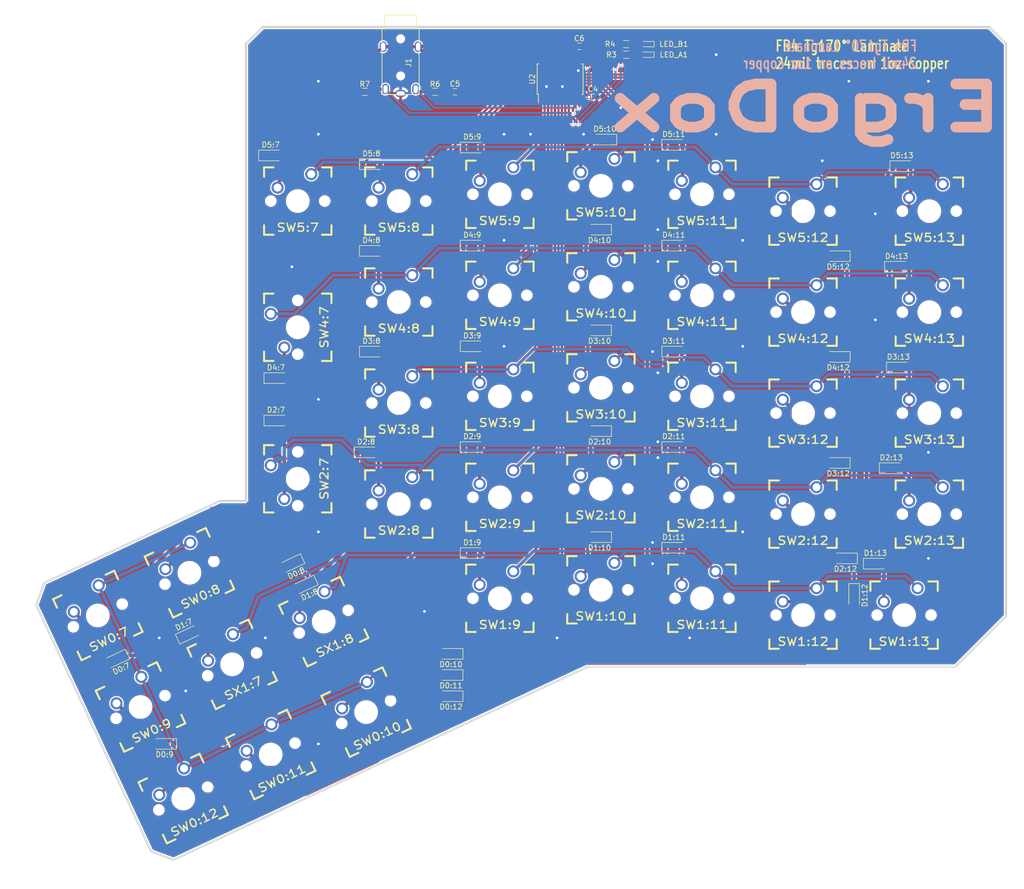
<source format=kicad_pcb>
(kicad_pcb (version 20171130) (host pcbnew 5.1.7)
  (layers (0 Front signal) (31 Back signal) (34 B.Paste user hide) (35 F.Paste user hide) (36 B.SilkS user) (37 F.SilkS user) (38 B.Mask user hide) (39 F.Mask user hide) (44 Edge.Cuts user))
  (net 0 "")
  (net 1 /COL0)
  (net 2 /COL1)
  (net 3 /COL10)
  (net 4 /COL11)
  (net 5 /COL4)
  (net 6 /COL5)
  (net 7 /COL6)
  (net 8 /LED_A)
  (net 9 /LED_B)
  (net 10 /ROW0)
  (net 11 /ROW1)
  (net 12 /ROW2)
  (net 13 /ROW3)
  (net 14 /ROW4)
  (net 15 /ROW5)
  (net 16 GND)
  (net 17 VCC)
  (net 18 "Net-(D1:7-Pad2)")
  (net 19 "Net-(D1:8-Pad2)")
  (net 20 "Net-(LED_A1-Pad2)")
  (net 21 "Net-(LED_B1-Pad2)")
  (net 22 "Net-(D0:7-Pad2)")
  (net 23 "Net-(D0:8-Pad2)")
  (net 24 "Net-(D0:9-Pad2)")
  (net 25 "Net-(D0:10-Pad2)")
  (net 26 "Net-(D0:11-Pad2)")
  (net 27 "Net-(D0:12-Pad2)")
  (net 28 "Net-(D1:9-Pad2)")
  (net 29 "Net-(D1:10-Pad2)")
  (net 30 "Net-(D1:11-Pad2)")
  (net 31 "Net-(D1:12-Pad2)")
  (net 32 "Net-(D1:13-Pad2)")
  (net 33 "Net-(D2:7-Pad2)")
  (net 34 "Net-(D2:8-Pad2)")
  (net 35 "Net-(D2:9-Pad2)")
  (net 36 "Net-(D2:10-Pad2)")
  (net 37 "Net-(D2:11-Pad2)")
  (net 38 "Net-(D2:12-Pad2)")
  (net 39 "Net-(D2:13-Pad2)")
  (net 40 "Net-(D3:8-Pad2)")
  (net 41 "Net-(D3:9-Pad2)")
  (net 42 "Net-(D3:10-Pad2)")
  (net 43 "Net-(D3:11-Pad2)")
  (net 44 "Net-(D3:12-Pad2)")
  (net 45 "Net-(D3:13-Pad2)")
  (net 46 "Net-(D4:7-Pad2)")
  (net 47 "Net-(D4:8-Pad2)")
  (net 48 "Net-(D4:9-Pad2)")
  (net 49 "Net-(D4:10-Pad2)")
  (net 50 "Net-(D4:11-Pad2)")
  (net 51 "Net-(D4:12-Pad2)")
  (net 52 "Net-(D4:13-Pad2)")
  (net 53 "Net-(D5:7-Pad2)")
  (net 54 "Net-(D5:8-Pad2)")
  (net 55 "Net-(D5:9-Pad2)")
  (net 56 "Net-(D5:10-Pad2)")
  (net 57 "Net-(D5:11-Pad2)")
  (net 58 "Net-(D5:12-Pad2)")
  (net 59 "Net-(D5:13-Pad2)")
  (net 60 /SDA)
  (net 61 /SCL)
  (module ErgoDOX:MX_TOP (layer Front) (at 191.4525 67.0052)
    (fp_text reference SW5:13 (at 0 5) (layer F.SilkS) (effects (font (size 1.524 1.778) (thickness 0.254))))
    (fp_text value SW5:0 hide)
    (pad 1 thru_hole circle (at 2.54 -5.08) (size 2.286 2.286) (drill 1.4986) (layers *.Cu *.Mask) (net 15 /ROW5))
    (pad 2 thru_hole circle (at -3.81 -2.54) (size 2.286 2.286) (drill 1.4986) (layers *.Cu *.Mask) (net 59 "Net-(D5:13-Pad2)"))
    (pad "" np_thru_hole circle (at 0 0) (size 3.9878 3.9878) (drill 3.9878) (layers *.Cu *.Mask))
    (pad "" np_thru_hole circle (at -5.08 0) (size 1.7018 1.7018) (drill 1.7018) (layers *.Cu *.Mask))
    (pad "" np_thru_hole circle (at 5.08 0) (size 1.7018 1.7018) (drill 1.7018) (layers *.Cu *.Mask))
  )
  (module Capacitors_SMD:C_0603 (layer Front) (at 125.466 35.918)
    (fp_text reference C6 (at 0 -1.5) (layer F.SilkS))
    (fp_text value 100n)
    (pad 2 smd rect (at 0.75 0) (size 0.8 0.75) (layers Front F.Paste F.Mask) (net 16 GND))
    (pad 1 smd rect (at -0.75 0) (size 0.8 0.75) (layers Front F.Paste F.Mask) (net 17 VCC))
  )
  (module Capacitors_SMD:C_0603 (layer Front) (at 102.026 44.498)
    (fp_text reference C5 (at 0 -1.5) (layer F.SilkS))
    (fp_text value 100n)
    (pad 2 smd rect (at 0.75 0) (size 0.8 0.75) (layers Front F.Paste F.Mask) (net 16 GND))
    (pad 1 smd rect (at -0.75 0) (size 0.8 0.75) (layers Front F.Paste F.Mask) (net 17 VCC))
  )
  (module Capacitors_SMD:C_0603 (layer Front) (at 128.026 45.498)
    (fp_text reference C4 (at 0 -1.5) (layer F.SilkS))
    (fp_text value 1u)
    (pad 2 smd rect (at 0.75 0) (size 0.8 0.75) (layers Front F.Paste F.Mask) (net 16 GND))
    (pad 1 smd rect (at -0.75 0) (size 0.8 0.75) (layers Front F.Paste F.Mask) (net 17 VCC))
  )
  (module Diodes_SMD:D_SOD-123 (layer Front) (at 105.276 54.998)
    (fp_text reference D5:9 (at 0 -2) (layer F.SilkS))
    (fp_text value D)
    (pad 1 smd rect (at -1.65 0) (size 0.9 1.2) (layers Front F.Paste F.Mask) (net 5 /COL4))
    (pad 2 smd rect (at 1.65 0) (size 0.9 1.2) (layers Front F.Paste F.Mask) (net 55 "Net-(D5:9-Pad2)"))
  )
  (module ErgoDOX:MX_TOP (layer Front) (at 60.01512 152.48382 25)
    (fp_text reference SX1:7 (at 0 5 25) (layer F.SilkS) (effects (font (size 1.524 1.778) (thickness 0.254))))
    (fp_text value SX1:6 hide)
    (pad 1 thru_hole circle (at 2.54 -5.08 25) (size 2.286 2.286) (drill 1.4986) (layers *.Cu *.Mask) (net 11 /ROW1))
    (pad 2 thru_hole circle (at -3.81 -2.54 25) (size 2.286 2.286) (drill 1.4986) (layers *.Cu *.Mask) (net 18 "Net-(D1:7-Pad2)"))
    (pad "" np_thru_hole circle (at 0 0 25) (size 3.9878 3.9878) (drill 3.9878) (layers *.Cu *.Mask))
    (pad "" np_thru_hole circle (at -5.08 0 25) (size 1.7018 1.7018) (drill 1.7018) (layers *.Cu *.Mask))
    (pad "" np_thru_hole circle (at 5.08 0 25) (size 1.7018 1.7018) (drill 1.7018) (layers *.Cu *.Mask))
  )
  (module ErgoDOX:MX_TOP (layer Front) (at 191.4525 105.10266)
    (fp_text reference SW3:13 (at 0 5) (layer F.SilkS) (effects (font (size 1.524 1.778) (thickness 0.254))))
    (fp_text value SW3:0 hide)
    (pad 1 thru_hole circle (at 2.54 -5.08) (size 2.286 2.286) (drill 1.4986) (layers *.Cu *.Mask) (net 13 /ROW3))
    (pad 2 thru_hole circle (at -3.81 -2.54) (size 2.286 2.286) (drill 1.4986) (layers *.Cu *.Mask) (net 45 "Net-(D3:13-Pad2)"))
    (pad "" np_thru_hole circle (at 0 0) (size 3.9878 3.9878) (drill 3.9878) (layers *.Cu *.Mask))
    (pad "" np_thru_hole circle (at -5.08 0) (size 1.7018 1.7018) (drill 1.7018) (layers *.Cu *.Mask))
    (pad "" np_thru_hole circle (at 5.08 0) (size 1.7018 1.7018) (drill 1.7018) (layers *.Cu *.Mask))
  )
  (module ErgoDOX:MX_TOP (layer Front) (at 110.49 120.97766)
    (fp_text reference SW2:9 (at 0 5) (layer F.SilkS) (effects (font (size 1.524 1.778) (thickness 0.254))))
    (fp_text value SW2:4 hide)
    (pad 1 thru_hole circle (at 2.54 -5.08) (size 2.286 2.286) (drill 1.4986) (layers *.Cu *.Mask) (net 12 /ROW2))
    (pad 2 thru_hole circle (at -3.81 -2.54) (size 2.286 2.286) (drill 1.4986) (layers *.Cu *.Mask) (net 35 "Net-(D2:9-Pad2)"))
    (pad "" np_thru_hole circle (at 0 0) (size 3.9878 3.9878) (drill 3.9878) (layers *.Cu *.Mask))
    (pad "" np_thru_hole circle (at -5.08 0) (size 1.7018 1.7018) (drill 1.7018) (layers *.Cu *.Mask))
    (pad "" np_thru_hole circle (at 5.08 0) (size 1.7018 1.7018) (drill 1.7018) (layers *.Cu *.Mask))
  )
  (module ErgoDOX:MX_TOP (layer Front) (at 129.54 119.38)
    (fp_text reference SW2:10 (at 0 5) (layer F.SilkS) (effects (font (size 1.524 1.778) (thickness 0.254))))
    (fp_text value SW2:3 hide)
    (pad 1 thru_hole circle (at 2.54 -5.08) (size 2.286 2.286) (drill 1.4986) (layers *.Cu *.Mask) (net 12 /ROW2))
    (pad 2 thru_hole circle (at -3.81 -2.54) (size 2.286 2.286) (drill 1.4986) (layers *.Cu *.Mask) (net 36 "Net-(D2:10-Pad2)"))
    (pad "" np_thru_hole circle (at 0 0) (size 3.9878 3.9878) (drill 3.9878) (layers *.Cu *.Mask))
    (pad "" np_thru_hole circle (at -5.08 0) (size 1.7018 1.7018) (drill 1.7018) (layers *.Cu *.Mask))
    (pad "" np_thru_hole circle (at 5.08 0) (size 1.7018 1.7018) (drill 1.7018) (layers *.Cu *.Mask))
  )
  (module ErgoDOX:MX_TOP (layer Front) (at 110.49 101.92766)
    (fp_text reference SW3:9 (at 0 5) (layer F.SilkS) (effects (font (size 1.524 1.778) (thickness 0.254))))
    (fp_text value SW3:4 hide)
    (pad 1 thru_hole circle (at 2.54 -5.08) (size 2.286 2.286) (drill 1.4986) (layers *.Cu *.Mask) (net 13 /ROW3))
    (pad 2 thru_hole circle (at -3.81 -2.54) (size 2.286 2.286) (drill 1.4986) (layers *.Cu *.Mask) (net 41 "Net-(D3:9-Pad2)"))
    (pad "" np_thru_hole circle (at 0 0) (size 3.9878 3.9878) (drill 3.9878) (layers *.Cu *.Mask))
    (pad "" np_thru_hole circle (at -5.08 0) (size 1.7018 1.7018) (drill 1.7018) (layers *.Cu *.Mask))
    (pad "" np_thru_hole circle (at 5.08 0) (size 1.7018 1.7018) (drill 1.7018) (layers *.Cu *.Mask))
  )
  (module ErgoDOX:MX_TOP (layer Front) (at 148.59 120.97766)
    (fp_text reference SW2:11 (at 0 5) (layer F.SilkS) (effects (font (size 1.524 1.778) (thickness 0.254))))
    (fp_text value SW2:2 hide)
    (pad 1 thru_hole circle (at 2.54 -5.08) (size 2.286 2.286) (drill 1.4986) (layers *.Cu *.Mask) (net 12 /ROW2))
    (pad 2 thru_hole circle (at -3.81 -2.54) (size 2.286 2.286) (drill 1.4986) (layers *.Cu *.Mask) (net 37 "Net-(D2:11-Pad2)"))
    (pad "" np_thru_hole circle (at 0 0) (size 3.9878 3.9878) (drill 3.9878) (layers *.Cu *.Mask))
    (pad "" np_thru_hole circle (at -5.08 0) (size 1.7018 1.7018) (drill 1.7018) (layers *.Cu *.Mask))
    (pad "" np_thru_hole circle (at 5.08 0) (size 1.7018 1.7018) (drill 1.7018) (layers *.Cu *.Mask))
  )
  (module ErgoDOX:MX_TOP (layer Front) (at 129.54 100.33)
    (fp_text reference SW3:10 (at 0 5) (layer F.SilkS) (effects (font (size 1.524 1.778) (thickness 0.254))))
    (fp_text value SW3:3 hide)
    (pad 1 thru_hole circle (at 2.54 -5.08) (size 2.286 2.286) (drill 1.4986) (layers *.Cu *.Mask) (net 13 /ROW3))
    (pad 2 thru_hole circle (at -3.81 -2.54) (size 2.286 2.286) (drill 1.4986) (layers *.Cu *.Mask) (net 42 "Net-(D3:10-Pad2)"))
    (pad "" np_thru_hole circle (at 0 0) (size 3.9878 3.9878) (drill 3.9878) (layers *.Cu *.Mask))
    (pad "" np_thru_hole circle (at -5.08 0) (size 1.7018 1.7018) (drill 1.7018) (layers *.Cu *.Mask))
    (pad "" np_thru_hole circle (at 5.08 0) (size 1.7018 1.7018) (drill 1.7018) (layers *.Cu *.Mask))
  )
  (module ErgoDOX:MX_TOP (layer Front) (at 148.59 101.92766)
    (fp_text reference SW3:11 (at 0 5) (layer F.SilkS) (effects (font (size 1.524 1.778) (thickness 0.254))))
    (fp_text value SW3:2 hide)
    (pad 1 thru_hole circle (at 2.54 -5.08) (size 2.286 2.286) (drill 1.4986) (layers *.Cu *.Mask) (net 13 /ROW3))
    (pad 2 thru_hole circle (at -3.81 -2.54) (size 2.286 2.286) (drill 1.4986) (layers *.Cu *.Mask) (net 43 "Net-(D3:11-Pad2)"))
    (pad "" np_thru_hole circle (at 0 0) (size 3.9878 3.9878) (drill 3.9878) (layers *.Cu *.Mask))
    (pad "" np_thru_hole circle (at -5.08 0) (size 1.7018 1.7018) (drill 1.7018) (layers *.Cu *.Mask))
    (pad "" np_thru_hole circle (at 5.08 0) (size 1.7018 1.7018) (drill 1.7018) (layers *.Cu *.Mask))
  )
  (module ErgoDOX:MX_TOP (layer Front) (at 148.59 140.02766)
    (fp_text reference SW1:11 (at 0 5) (layer F.SilkS) (effects (font (size 1.524 1.778) (thickness 0.254))))
    (fp_text value SW1:2 hide)
    (pad 1 thru_hole circle (at 2.54 -5.08) (size 2.286 2.286) (drill 1.4986) (layers *.Cu *.Mask) (net 11 /ROW1))
    (pad 2 thru_hole circle (at -3.81 -2.54) (size 2.286 2.286) (drill 1.4986) (layers *.Cu *.Mask) (net 30 "Net-(D1:11-Pad2)"))
    (pad "" np_thru_hole circle (at 0 0) (size 3.9878 3.9878) (drill 3.9878) (layers *.Cu *.Mask))
    (pad "" np_thru_hole circle (at -5.08 0) (size 1.7018 1.7018) (drill 1.7018) (layers *.Cu *.Mask))
    (pad "" np_thru_hole circle (at 5.08 0) (size 1.7018 1.7018) (drill 1.7018) (layers *.Cu *.Mask))
  )
  (module ErgoDOX:MX_TOP (layer Front) (at 129.54 138.43)
    (fp_text reference SW1:10 (at 0 5) (layer F.SilkS) (effects (font (size 1.524 1.778) (thickness 0.254))))
    (fp_text value SW1:3 hide)
    (pad 1 thru_hole circle (at 2.54 -5.08) (size 2.286 2.286) (drill 1.4986) (layers *.Cu *.Mask) (net 11 /ROW1))
    (pad 2 thru_hole circle (at -3.81 -2.54) (size 2.286 2.286) (drill 1.4986) (layers *.Cu *.Mask) (net 29 "Net-(D1:10-Pad2)"))
    (pad "" np_thru_hole circle (at 0 0) (size 3.9878 3.9878) (drill 3.9878) (layers *.Cu *.Mask))
    (pad "" np_thru_hole circle (at -5.08 0) (size 1.7018 1.7018) (drill 1.7018) (layers *.Cu *.Mask))
    (pad "" np_thru_hole circle (at 5.08 0) (size 1.7018 1.7018) (drill 1.7018) (layers *.Cu *.Mask))
  )
  (module ErgoDOX:MX_TOP (layer Front) (at 110.49 140.02766)
    (fp_text reference SW1:9 (at 0 5) (layer F.SilkS) (effects (font (size 1.524 1.778) (thickness 0.254))))
    (fp_text value SW1:4 hide)
    (pad 1 thru_hole circle (at 2.54 -5.08) (size 2.286 2.286) (drill 1.4986) (layers *.Cu *.Mask) (net 11 /ROW1))
    (pad 2 thru_hole circle (at -3.81 -2.54) (size 2.286 2.286) (drill 1.4986) (layers *.Cu *.Mask) (net 28 "Net-(D1:9-Pad2)"))
    (pad "" np_thru_hole circle (at 0 0) (size 3.9878 3.9878) (drill 3.9878) (layers *.Cu *.Mask))
    (pad "" np_thru_hole circle (at -5.08 0) (size 1.7018 1.7018) (drill 1.7018) (layers *.Cu *.Mask))
    (pad "" np_thru_hole circle (at 5.08 0) (size 1.7018 1.7018) (drill 1.7018) (layers *.Cu *.Mask))
  )
  (module ErgoDOX:MX_TOP (layer Front) (at 77.2795 144.43202 25)
    (fp_text reference SX1:8 (at 0 5 25) (layer F.SilkS) (effects (font (size 1.524 1.778) (thickness 0.254))))
    (fp_text value SX1:5 hide)
    (pad 1 thru_hole circle (at 2.54 -5.08 25) (size 2.286 2.286) (drill 1.4986) (layers *.Cu *.Mask) (net 11 /ROW1))
    (pad 2 thru_hole circle (at -3.81 -2.54 25) (size 2.286 2.286) (drill 1.4986) (layers *.Cu *.Mask) (net 19 "Net-(D1:8-Pad2)"))
    (pad "" np_thru_hole circle (at 0 0 25) (size 3.9878 3.9878) (drill 3.9878) (layers *.Cu *.Mask))
    (pad "" np_thru_hole circle (at -5.08 0 25) (size 1.7018 1.7018) (drill 1.7018) (layers *.Cu *.Mask))
    (pad "" np_thru_hole circle (at 5.08 0 25) (size 1.7018 1.7018) (drill 1.7018) (layers *.Cu *.Mask))
  )
  (module ErgoDOX:MX_TOP (layer Front) (at 167.64 67.0052)
    (fp_text reference SW5:12 (at 0 5) (layer F.SilkS) (effects (font (size 1.524 1.778) (thickness 0.254))))
    (fp_text value SW5:1 hide)
    (pad 1 thru_hole circle (at 2.54 -5.08) (size 2.286 2.286) (drill 1.4986) (layers *.Cu *.Mask) (net 15 /ROW5))
    (pad 2 thru_hole circle (at -3.81 -2.54) (size 2.286 2.286) (drill 1.4986) (layers *.Cu *.Mask) (net 58 "Net-(D5:12-Pad2)"))
    (pad "" np_thru_hole circle (at 0 0) (size 3.9878 3.9878) (drill 3.9878) (layers *.Cu *.Mask))
    (pad "" np_thru_hole circle (at -5.08 0) (size 1.7018 1.7018) (drill 1.7018) (layers *.Cu *.Mask))
    (pad "" np_thru_hole circle (at 5.08 0) (size 1.7018 1.7018) (drill 1.7018) (layers *.Cu *.Mask))
  )
  (module ErgoDOX:MX_TOP (layer Front) (at 148.59 63.82766)
    (fp_text reference SW5:11 (at 0 5) (layer F.SilkS) (effects (font (size 1.524 1.778) (thickness 0.254))))
    (fp_text value SW5:2 hide)
    (pad 1 thru_hole circle (at 2.54 -5.08) (size 2.286 2.286) (drill 1.4986) (layers *.Cu *.Mask) (net 15 /ROW5))
    (pad 2 thru_hole circle (at -3.81 -2.54) (size 2.286 2.286) (drill 1.4986) (layers *.Cu *.Mask) (net 57 "Net-(D5:11-Pad2)"))
    (pad "" np_thru_hole circle (at 0 0) (size 3.9878 3.9878) (drill 3.9878) (layers *.Cu *.Mask))
    (pad "" np_thru_hole circle (at -5.08 0) (size 1.7018 1.7018) (drill 1.7018) (layers *.Cu *.Mask))
    (pad "" np_thru_hole circle (at 5.08 0) (size 1.7018 1.7018) (drill 1.7018) (layers *.Cu *.Mask))
  )
  (module ErgoDOX:MX_TOP (layer Front) (at 129.54 62.23)
    (fp_text reference SW5:10 (at 0 5) (layer F.SilkS) (effects (font (size 1.524 1.778) (thickness 0.254))))
    (fp_text value SW5:3 hide)
    (pad 1 thru_hole circle (at 2.54 -5.08) (size 2.286 2.286) (drill 1.4986) (layers *.Cu *.Mask) (net 15 /ROW5))
    (pad 2 thru_hole circle (at -3.81 -2.54) (size 2.286 2.286) (drill 1.4986) (layers *.Cu *.Mask) (net 56 "Net-(D5:10-Pad2)"))
    (pad "" np_thru_hole circle (at 0 0) (size 3.9878 3.9878) (drill 3.9878) (layers *.Cu *.Mask))
    (pad "" np_thru_hole circle (at -5.08 0) (size 1.7018 1.7018) (drill 1.7018) (layers *.Cu *.Mask))
    (pad "" np_thru_hole circle (at 5.08 0) (size 1.7018 1.7018) (drill 1.7018) (layers *.Cu *.Mask))
  )
  (module ErgoDOX:MX_TOP (layer Front) (at 110.49 63.82766)
    (fp_text reference SW5:9 (at 0 5) (layer F.SilkS) (effects (font (size 1.524 1.778) (thickness 0.254))))
    (fp_text value SW5:4 hide)
    (pad 1 thru_hole circle (at 2.54 -5.08) (size 2.286 2.286) (drill 1.4986) (layers *.Cu *.Mask) (net 15 /ROW5))
    (pad 2 thru_hole circle (at -3.81 -2.54) (size 2.286 2.286) (drill 1.4986) (layers *.Cu *.Mask) (net 55 "Net-(D5:9-Pad2)"))
    (pad "" np_thru_hole circle (at 0 0) (size 3.9878 3.9878) (drill 3.9878) (layers *.Cu *.Mask))
    (pad "" np_thru_hole circle (at -5.08 0) (size 1.7018 1.7018) (drill 1.7018) (layers *.Cu *.Mask))
    (pad "" np_thru_hole circle (at 5.08 0) (size 1.7018 1.7018) (drill 1.7018) (layers *.Cu *.Mask))
  )
  (module ErgoDOX:MX_TOP (layer Front) (at 91.44 65.1002)
    (fp_text reference SW5:8 (at 0 5) (layer F.SilkS) (effects (font (size 1.524 1.778) (thickness 0.254))))
    (fp_text value SW5:5 hide)
    (pad 1 thru_hole circle (at 2.54 -5.08) (size 2.286 2.286) (drill 1.4986) (layers *.Cu *.Mask) (net 15 /ROW5))
    (pad 2 thru_hole circle (at -3.81 -2.54) (size 2.286 2.286) (drill 1.4986) (layers *.Cu *.Mask) (net 54 "Net-(D5:8-Pad2)"))
    (pad "" np_thru_hole circle (at 0 0) (size 3.9878 3.9878) (drill 3.9878) (layers *.Cu *.Mask))
    (pad "" np_thru_hole circle (at -5.08 0) (size 1.7018 1.7018) (drill 1.7018) (layers *.Cu *.Mask))
    (pad "" np_thru_hole circle (at 5.08 0) (size 1.7018 1.7018) (drill 1.7018) (layers *.Cu *.Mask))
  )
  (module ErgoDOX:MX_TOP (layer Front) (at 72.39 65.1002)
    (fp_text reference SW5:7 (at 0 5) (layer F.SilkS) (effects (font (size 1.524 1.778) (thickness 0.254))))
    (fp_text value SW5:6 hide)
    (pad 1 thru_hole circle (at 2.54 -5.08) (size 2.286 2.286) (drill 1.4986) (layers *.Cu *.Mask) (net 15 /ROW5))
    (pad 2 thru_hole circle (at -3.81 -2.54) (size 2.286 2.286) (drill 1.4986) (layers *.Cu *.Mask) (net 53 "Net-(D5:7-Pad2)"))
    (pad "" np_thru_hole circle (at 0 0) (size 3.9878 3.9878) (drill 3.9878) (layers *.Cu *.Mask))
    (pad "" np_thru_hole circle (at -5.08 0) (size 1.7018 1.7018) (drill 1.7018) (layers *.Cu *.Mask))
    (pad "" np_thru_hole circle (at 5.08 0) (size 1.7018 1.7018) (drill 1.7018) (layers *.Cu *.Mask))
  )
  (module ErgoDOX:MX_TOP (layer Front) (at 191.4525 86.05266)
    (fp_text reference SW4:13 (at 0 5) (layer F.SilkS) (effects (font (size 1.524 1.778) (thickness 0.254))))
    (fp_text value SW4:0 hide)
    (pad 1 thru_hole circle (at 2.54 -5.08) (size 2.286 2.286) (drill 1.4986) (layers *.Cu *.Mask) (net 14 /ROW4))
    (pad 2 thru_hole circle (at -3.81 -2.54) (size 2.286 2.286) (drill 1.4986) (layers *.Cu *.Mask) (net 52 "Net-(D4:13-Pad2)"))
    (pad "" np_thru_hole circle (at 0 0) (size 3.9878 3.9878) (drill 3.9878) (layers *.Cu *.Mask))
    (pad "" np_thru_hole circle (at -5.08 0) (size 1.7018 1.7018) (drill 1.7018) (layers *.Cu *.Mask))
    (pad "" np_thru_hole circle (at 5.08 0) (size 1.7018 1.7018) (drill 1.7018) (layers *.Cu *.Mask))
  )
  (module ErgoDOX:MX_TOP (layer Front) (at 167.64 86.05266)
    (fp_text reference SW4:12 (at 0 5) (layer F.SilkS) (effects (font (size 1.524 1.778) (thickness 0.254))))
    (fp_text value SW4:1 hide)
    (pad 1 thru_hole circle (at 2.54 -5.08) (size 2.286 2.286) (drill 1.4986) (layers *.Cu *.Mask) (net 14 /ROW4))
    (pad 2 thru_hole circle (at -3.81 -2.54) (size 2.286 2.286) (drill 1.4986) (layers *.Cu *.Mask) (net 51 "Net-(D4:12-Pad2)"))
    (pad "" np_thru_hole circle (at 0 0) (size 3.9878 3.9878) (drill 3.9878) (layers *.Cu *.Mask))
    (pad "" np_thru_hole circle (at -5.08 0) (size 1.7018 1.7018) (drill 1.7018) (layers *.Cu *.Mask))
    (pad "" np_thru_hole circle (at 5.08 0) (size 1.7018 1.7018) (drill 1.7018) (layers *.Cu *.Mask))
  )
  (module ErgoDOX:MX_TOP (layer Front) (at 148.59 82.87766)
    (fp_text reference SW4:11 (at 0 5) (layer F.SilkS) (effects (font (size 1.524 1.778) (thickness 0.254))))
    (fp_text value SW4:2 hide)
    (pad 1 thru_hole circle (at 2.54 -5.08) (size 2.286 2.286) (drill 1.4986) (layers *.Cu *.Mask) (net 14 /ROW4))
    (pad 2 thru_hole circle (at -3.81 -2.54) (size 2.286 2.286) (drill 1.4986) (layers *.Cu *.Mask) (net 50 "Net-(D4:11-Pad2)"))
    (pad "" np_thru_hole circle (at 0 0) (size 3.9878 3.9878) (drill 3.9878) (layers *.Cu *.Mask))
    (pad "" np_thru_hole circle (at -5.08 0) (size 1.7018 1.7018) (drill 1.7018) (layers *.Cu *.Mask))
    (pad "" np_thru_hole circle (at 5.08 0) (size 1.7018 1.7018) (drill 1.7018) (layers *.Cu *.Mask))
  )
  (module ErgoDOX:MX_TOP (layer Front) (at 129.54 81.28)
    (fp_text reference SW4:10 (at 0 5) (layer F.SilkS) (effects (font (size 1.524 1.778) (thickness 0.254))))
    (fp_text value SW4:3 hide)
    (pad 1 thru_hole circle (at 2.54 -5.08) (size 2.286 2.286) (drill 1.4986) (layers *.Cu *.Mask) (net 14 /ROW4))
    (pad 2 thru_hole circle (at -3.81 -2.54) (size 2.286 2.286) (drill 1.4986) (layers *.Cu *.Mask) (net 49 "Net-(D4:10-Pad2)"))
    (pad "" np_thru_hole circle (at 0 0) (size 3.9878 3.9878) (drill 3.9878) (layers *.Cu *.Mask))
    (pad "" np_thru_hole circle (at -5.08 0) (size 1.7018 1.7018) (drill 1.7018) (layers *.Cu *.Mask))
    (pad "" np_thru_hole circle (at 5.08 0) (size 1.7018 1.7018) (drill 1.7018) (layers *.Cu *.Mask))
  )
  (module ErgoDOX:MX_TOP (layer Front) (at 110.49 82.87766)
    (fp_text reference SW4:9 (at 0 5) (layer F.SilkS) (effects (font (size 1.524 1.778) (thickness 0.254))))
    (fp_text value SW4:4 hide)
    (pad 1 thru_hole circle (at 2.54 -5.08) (size 2.286 2.286) (drill 1.4986) (layers *.Cu *.Mask) (net 14 /ROW4))
    (pad 2 thru_hole circle (at -3.81 -2.54) (size 2.286 2.286) (drill 1.4986) (layers *.Cu *.Mask) (net 48 "Net-(D4:9-Pad2)"))
    (pad "" np_thru_hole circle (at 0 0) (size 3.9878 3.9878) (drill 3.9878) (layers *.Cu *.Mask))
    (pad "" np_thru_hole circle (at -5.08 0) (size 1.7018 1.7018) (drill 1.7018) (layers *.Cu *.Mask))
    (pad "" np_thru_hole circle (at 5.08 0) (size 1.7018 1.7018) (drill 1.7018) (layers *.Cu *.Mask))
  )
  (module ErgoDOX:MX_TOP (layer Front) (at 91.44 84.14766)
    (fp_text reference SW4:8 (at 0 5) (layer F.SilkS) (effects (font (size 1.524 1.778) (thickness 0.254))))
    (fp_text value SW4:5 hide)
    (pad 1 thru_hole circle (at 2.54 -5.08) (size 2.286 2.286) (drill 1.4986) (layers *.Cu *.Mask) (net 14 /ROW4))
    (pad 2 thru_hole circle (at -3.81 -2.54) (size 2.286 2.286) (drill 1.4986) (layers *.Cu *.Mask) (net 47 "Net-(D4:8-Pad2)"))
    (pad "" np_thru_hole circle (at 0 0) (size 3.9878 3.9878) (drill 3.9878) (layers *.Cu *.Mask))
    (pad "" np_thru_hole circle (at -5.08 0) (size 1.7018 1.7018) (drill 1.7018) (layers *.Cu *.Mask))
    (pad "" np_thru_hole circle (at 5.08 0) (size 1.7018 1.7018) (drill 1.7018) (layers *.Cu *.Mask))
  )
  (module ErgoDOX:MX_TOP (layer Front) (at 72.39 88.91016 90)
    (fp_text reference SW4:7 (at 0 5 90) (layer F.SilkS) (effects (font (size 1.524 1.778) (thickness 0.254))))
    (fp_text value SW4:6 hide)
    (pad 1 thru_hole circle (at 2.54 -5.08 90) (size 2.286 2.286) (drill 1.4986) (layers *.Cu *.Mask) (net 14 /ROW4))
    (pad 2 thru_hole circle (at -3.81 -2.54 90) (size 2.286 2.286) (drill 1.4986) (layers *.Cu *.Mask) (net 46 "Net-(D4:7-Pad2)"))
    (pad "" np_thru_hole circle (at 0 0 90) (size 3.9878 3.9878) (drill 3.9878) (layers *.Cu *.Mask))
    (pad "" np_thru_hole circle (at -5.08 0 90) (size 1.7018 1.7018) (drill 1.7018) (layers *.Cu *.Mask))
    (pad "" np_thru_hole circle (at 5.08 0 90) (size 1.7018 1.7018) (drill 1.7018) (layers *.Cu *.Mask))
  )
  (module ErgoDOX:MX_TOP (layer Front) (at 167.64 105.10266)
    (fp_text reference SW3:12 (at 0 5) (layer F.SilkS) (effects (font (size 1.524 1.778) (thickness 0.254))))
    (fp_text value SW3:1 hide)
    (pad 1 thru_hole circle (at 2.54 -5.08) (size 2.286 2.286) (drill 1.4986) (layers *.Cu *.Mask) (net 13 /ROW3))
    (pad 2 thru_hole circle (at -3.81 -2.54) (size 2.286 2.286) (drill 1.4986) (layers *.Cu *.Mask) (net 44 "Net-(D3:12-Pad2)"))
    (pad "" np_thru_hole circle (at 0 0) (size 3.9878 3.9878) (drill 3.9878) (layers *.Cu *.Mask))
    (pad "" np_thru_hole circle (at -5.08 0) (size 1.7018 1.7018) (drill 1.7018) (layers *.Cu *.Mask))
    (pad "" np_thru_hole circle (at 5.08 0) (size 1.7018 1.7018) (drill 1.7018) (layers *.Cu *.Mask))
  )
  (module ErgoDOX:MX_TOP (layer Front) (at 91.44 103.19766)
    (fp_text reference SW3:8 (at 0 5) (layer F.SilkS) (effects (font (size 1.524 1.778) (thickness 0.254))))
    (fp_text value SW3:5 hide)
    (pad 1 thru_hole circle (at 2.54 -5.08) (size 2.286 2.286) (drill 1.4986) (layers *.Cu *.Mask) (net 13 /ROW3))
    (pad 2 thru_hole circle (at -3.81 -2.54) (size 2.286 2.286) (drill 1.4986) (layers *.Cu *.Mask) (net 40 "Net-(D3:8-Pad2)"))
    (pad "" np_thru_hole circle (at 0 0) (size 3.9878 3.9878) (drill 3.9878) (layers *.Cu *.Mask))
    (pad "" np_thru_hole circle (at -5.08 0) (size 1.7018 1.7018) (drill 1.7018) (layers *.Cu *.Mask))
    (pad "" np_thru_hole circle (at 5.08 0) (size 1.7018 1.7018) (drill 1.7018) (layers *.Cu *.Mask))
  )
  (module ErgoDOX:MX_TOP (layer Front) (at 191.4525 124.15266)
    (fp_text reference SW2:13 (at 0 5) (layer F.SilkS) (effects (font (size 1.524 1.778) (thickness 0.254))))
    (fp_text value SW2:0 hide)
    (pad 1 thru_hole circle (at 2.54 -5.08) (size 2.286 2.286) (drill 1.4986) (layers *.Cu *.Mask) (net 12 /ROW2))
    (pad 2 thru_hole circle (at -3.81 -2.54) (size 2.286 2.286) (drill 1.4986) (layers *.Cu *.Mask) (net 39 "Net-(D2:13-Pad2)"))
    (pad "" np_thru_hole circle (at 0 0) (size 3.9878 3.9878) (drill 3.9878) (layers *.Cu *.Mask))
    (pad "" np_thru_hole circle (at -5.08 0) (size 1.7018 1.7018) (drill 1.7018) (layers *.Cu *.Mask))
    (pad "" np_thru_hole circle (at 5.08 0) (size 1.7018 1.7018) (drill 1.7018) (layers *.Cu *.Mask))
  )
  (module ErgoDOX:MX_TOP (layer Front) (at 167.64 124.15266)
    (fp_text reference SW2:12 (at 0 5) (layer F.SilkS) (effects (font (size 1.524 1.778) (thickness 0.254))))
    (fp_text value SW2:1 hide)
    (pad 1 thru_hole circle (at 2.54 -5.08) (size 2.286 2.286) (drill 1.4986) (layers *.Cu *.Mask) (net 12 /ROW2))
    (pad 2 thru_hole circle (at -3.81 -2.54) (size 2.286 2.286) (drill 1.4986) (layers *.Cu *.Mask) (net 38 "Net-(D2:12-Pad2)"))
    (pad "" np_thru_hole circle (at 0 0) (size 3.9878 3.9878) (drill 3.9878) (layers *.Cu *.Mask))
    (pad "" np_thru_hole circle (at -5.08 0) (size 1.7018 1.7018) (drill 1.7018) (layers *.Cu *.Mask))
    (pad "" np_thru_hole circle (at 5.08 0) (size 1.7018 1.7018) (drill 1.7018) (layers *.Cu *.Mask))
  )
  (module ErgoDOX:MX_TOP (layer Front) (at 91.44 122.24766)
    (fp_text reference SW2:8 (at 0 5) (layer F.SilkS) (effects (font (size 1.524 1.778) (thickness 0.254))))
    (fp_text value SW2:5 hide)
    (pad 1 thru_hole circle (at 2.54 -5.08) (size 2.286 2.286) (drill 1.4986) (layers *.Cu *.Mask) (net 12 /ROW2))
    (pad 2 thru_hole circle (at -3.81 -2.54) (size 2.286 2.286) (drill 1.4986) (layers *.Cu *.Mask) (net 34 "Net-(D2:8-Pad2)"))
    (pad "" np_thru_hole circle (at 0 0) (size 3.9878 3.9878) (drill 3.9878) (layers *.Cu *.Mask))
    (pad "" np_thru_hole circle (at -5.08 0) (size 1.7018 1.7018) (drill 1.7018) (layers *.Cu *.Mask))
    (pad "" np_thru_hole circle (at 5.08 0) (size 1.7018 1.7018) (drill 1.7018) (layers *.Cu *.Mask))
  )
  (module ErgoDOX:MX_TOP (layer Front) (at 72.39 117.48516 90)
    (fp_text reference SW2:7 (at 0 5 90) (layer F.SilkS) (effects (font (size 1.524 1.778) (thickness 0.254))))
    (fp_text value SW2:6 hide)
    (pad 1 thru_hole circle (at 2.54 -5.08 90) (size 2.286 2.286) (drill 1.4986) (layers *.Cu *.Mask) (net 12 /ROW2))
    (pad 2 thru_hole circle (at -3.81 -2.54 90) (size 2.286 2.286) (drill 1.4986) (layers *.Cu *.Mask) (net 33 "Net-(D2:7-Pad2)"))
    (pad "" np_thru_hole circle (at 0 0 90) (size 3.9878 3.9878) (drill 3.9878) (layers *.Cu *.Mask))
    (pad "" np_thru_hole circle (at -5.08 0 90) (size 1.7018 1.7018) (drill 1.7018) (layers *.Cu *.Mask))
    (pad "" np_thru_hole circle (at 5.08 0 90) (size 1.7018 1.7018) (drill 1.7018) (layers *.Cu *.Mask))
  )
  (module ErgoDOX:MX_TOP (layer Front) (at 186.69 143.20266)
    (fp_text reference SW1:13 (at 0 5) (layer F.SilkS) (effects (font (size 1.524 1.778) (thickness 0.254))))
    (fp_text value SW1:0 hide)
    (pad 1 thru_hole circle (at 2.54 -5.08) (size 2.286 2.286) (drill 1.4986) (layers *.Cu *.Mask) (net 11 /ROW1))
    (pad 2 thru_hole circle (at -3.81 -2.54) (size 2.286 2.286) (drill 1.4986) (layers *.Cu *.Mask) (net 32 "Net-(D1:13-Pad2)"))
    (pad "" np_thru_hole circle (at 0 0) (size 3.9878 3.9878) (drill 3.9878) (layers *.Cu *.Mask))
    (pad "" np_thru_hole circle (at -5.08 0) (size 1.7018 1.7018) (drill 1.7018) (layers *.Cu *.Mask))
    (pad "" np_thru_hole circle (at 5.08 0) (size 1.7018 1.7018) (drill 1.7018) (layers *.Cu *.Mask))
  )
  (module ErgoDOX:MX_TOP (layer Front) (at 167.64 143.20266)
    (fp_text reference SW1:12 (at 0 5) (layer F.SilkS) (effects (font (size 1.524 1.778) (thickness 0.254))))
    (fp_text value SW1:1 hide)
    (pad 1 thru_hole circle (at 2.54 -5.08) (size 2.286 2.286) (drill 1.4986) (layers *.Cu *.Mask) (net 11 /ROW1))
    (pad 2 thru_hole circle (at -3.81 -2.54) (size 2.286 2.286) (drill 1.4986) (layers *.Cu *.Mask) (net 31 "Net-(D1:12-Pad2)"))
    (pad "" np_thru_hole circle (at 0 0) (size 3.9878 3.9878) (drill 3.9878) (layers *.Cu *.Mask))
    (pad "" np_thru_hole circle (at -5.08 0) (size 1.7018 1.7018) (drill 1.7018) (layers *.Cu *.Mask))
    (pad "" np_thru_hole circle (at 5.08 0) (size 1.7018 1.7018) (drill 1.7018) (layers *.Cu *.Mask))
  )
  (module ErgoDOX:MX_TOP (layer Front) (at 50.8 177.8 25)
    (fp_text reference SW0:12 (at 0 5 25) (layer F.SilkS) (effects (font (size 1.524 1.778) (thickness 0.254))))
    (fp_text value SW0:1 hide)
    (pad 1 thru_hole circle (at 2.54 -5.08 25) (size 2.286 2.286) (drill 1.4986) (layers *.Cu *.Mask) (net 10 /ROW0))
    (pad 2 thru_hole circle (at -3.81 -2.54 25) (size 2.286 2.286) (drill 1.4986) (layers *.Cu *.Mask) (net 27 "Net-(D0:12-Pad2)"))
    (pad "" np_thru_hole circle (at 0 0 25) (size 3.9878 3.9878) (drill 3.9878) (layers *.Cu *.Mask))
    (pad "" np_thru_hole circle (at -5.08 0 25) (size 1.7018 1.7018) (drill 1.7018) (layers *.Cu *.Mask))
    (pad "" np_thru_hole circle (at 5.08 0 25) (size 1.7018 1.7018) (drill 1.7018) (layers *.Cu *.Mask))
  )
  (module ErgoDOX:MX_TOP (layer Front) (at 67.276 169.498 25)
    (fp_text reference SW0:11 (at 0 5 25) (layer F.SilkS) (effects (font (size 1.524 1.778) (thickness 0.254))))
    (fp_text value SW0:2 hide)
    (pad 1 thru_hole circle (at 2.54 -5.08 25) (size 2.286 2.286) (drill 1.4986) (layers *.Cu *.Mask) (net 10 /ROW0))
    (pad 2 thru_hole circle (at -3.81 -2.54 25) (size 2.286 2.286) (drill 1.4986) (layers *.Cu *.Mask) (net 26 "Net-(D0:11-Pad2)"))
    (pad "" np_thru_hole circle (at 0 0 25) (size 3.9878 3.9878) (drill 3.9878) (layers *.Cu *.Mask))
    (pad "" np_thru_hole circle (at -5.08 0 25) (size 1.7018 1.7018) (drill 1.7018) (layers *.Cu *.Mask))
    (pad "" np_thru_hole circle (at 5.08 0 25) (size 1.7018 1.7018) (drill 1.7018) (layers *.Cu *.Mask))
  )
  (module ErgoDOX:MX_TOP (layer Front) (at 85.276 161.498 25)
    (fp_text reference SW0:10 (at 0 5 25) (layer F.SilkS) (effects (font (size 1.524 1.778) (thickness 0.254))))
    (fp_text value SW0:3 hide)
    (pad 1 thru_hole circle (at 2.54 -5.08 25) (size 2.286 2.286) (drill 1.4986) (layers *.Cu *.Mask) (net 10 /ROW0))
    (pad 2 thru_hole circle (at -3.81 -2.54 25) (size 2.286 2.286) (drill 1.4986) (layers *.Cu *.Mask) (net 25 "Net-(D0:10-Pad2)"))
    (pad "" np_thru_hole circle (at 0 0 25) (size 3.9878 3.9878) (drill 3.9878) (layers *.Cu *.Mask))
    (pad "" np_thru_hole circle (at -5.08 0 25) (size 1.7018 1.7018) (drill 1.7018) (layers *.Cu *.Mask))
    (pad "" np_thru_hole circle (at 5.08 0 25) (size 1.7018 1.7018) (drill 1.7018) (layers *.Cu *.Mask))
  )
  (module ErgoDOX:MX_TOP (layer Front) (at 42.7482 160.53308 25)
    (fp_text reference SW0:9 (at 0 5 25) (layer F.SilkS) (effects (font (size 1.524 1.778) (thickness 0.254))))
    (fp_text value SW0:4 hide)
    (pad 1 thru_hole circle (at 2.54 -5.08 25) (size 2.286 2.286) (drill 1.4986) (layers *.Cu *.Mask) (net 10 /ROW0))
    (pad 2 thru_hole circle (at -3.81 -2.54 25) (size 2.286 2.286) (drill 1.4986) (layers *.Cu *.Mask) (net 24 "Net-(D0:9-Pad2)"))
    (pad "" np_thru_hole circle (at 0 0 25) (size 3.9878 3.9878) (drill 3.9878) (layers *.Cu *.Mask))
    (pad "" np_thru_hole circle (at -5.08 0 25) (size 1.7018 1.7018) (drill 1.7018) (layers *.Cu *.Mask))
    (pad "" np_thru_hole circle (at 5.08 0 25) (size 1.7018 1.7018) (drill 1.7018) (layers *.Cu *.Mask))
  )
  (module ErgoDOX:MX_TOP (layer Front) (at 51.96332 135.21944 25)
    (fp_text reference SW0:8 (at 0 5 25) (layer F.SilkS) (effects (font (size 1.524 1.778) (thickness 0.254))))
    (fp_text value SW0:5 hide)
    (pad 1 thru_hole circle (at 2.54 -5.08 25) (size 2.286 2.286) (drill 1.4986) (layers *.Cu *.Mask) (net 10 /ROW0))
    (pad 2 thru_hole circle (at -3.81 -2.54 25) (size 2.286 2.286) (drill 1.4986) (layers *.Cu *.Mask) (net 23 "Net-(D0:8-Pad2)"))
    (pad "" np_thru_hole circle (at 0 0 25) (size 3.9878 3.9878) (drill 3.9878) (layers *.Cu *.Mask))
    (pad "" np_thru_hole circle (at -5.08 0 25) (size 1.7018 1.7018) (drill 1.7018) (layers *.Cu *.Mask))
    (pad "" np_thru_hole circle (at 5.08 0 25) (size 1.7018 1.7018) (drill 1.7018) (layers *.Cu *.Mask))
  )
  (module ErgoDOX:MX_TOP (layer Front) (at 34.69894 143.2687 25)
    (fp_text reference SW0:7 (at 0 5 25) (layer F.SilkS) (effects (font (size 1.524 1.778) (thickness 0.254))))
    (fp_text value SW0:6 hide)
    (pad 1 thru_hole circle (at 2.54 -5.08 25) (size 2.286 2.286) (drill 1.4986) (layers *.Cu *.Mask) (net 10 /ROW0))
    (pad 2 thru_hole circle (at -3.81 -2.54 25) (size 2.286 2.286) (drill 1.4986) (layers *.Cu *.Mask) (net 22 "Net-(D0:7-Pad2)"))
    (pad "" np_thru_hole circle (at 0 0 25) (size 3.9878 3.9878) (drill 3.9878) (layers *.Cu *.Mask))
    (pad "" np_thru_hole circle (at -5.08 0 25) (size 1.7018 1.7018) (drill 1.7018) (layers *.Cu *.Mask))
    (pad "" np_thru_hole circle (at 5.08 0 25) (size 1.7018 1.7018) (drill 1.7018) (layers *.Cu *.Mask))
  )
  (module ErgoDOX:54-00174 (layer Front) (at 91.776 32.498 270)
    (fp_text reference J1 (at 6.5 -1.5 90) (layer F.SilkS))
    (fp_text value AudioJack4)
    (pad S thru_hole oval (at 12.3 0) (size 2 1.3) (drill oval 1.5 0.8) (layers *.Cu *.Mask) (net 16 GND))
    (pad R2 thru_hole oval (at 11.5 -2.85 270) (size 2 1.3) (drill oval 1.5 0.8) (layers *.Cu *.Mask) (net 60 /SDA))
    (pad R1 thru_hole oval (at 11.5 2.85 270) (size 2 1.3) (drill oval 1.5 0.8) (layers *.Cu *.Mask) (net 61 /SCL))
    (pad T thru_hole oval (at 3.5 3.3 270) (size 2 1.3) (drill oval 1.5 0.8) (layers *.Cu *.Mask) (net 17 VCC))
    (pad "" np_thru_hole circle (at 9 0) (size 1.2 1.2) (drill 1.2) (layers *.Cu *.Mask))
    (pad "" np_thru_hole circle (at 2 0) (size 1.2 1.2) (drill 1.2) (layers *.Cu *.Mask))
    (pad T thru_hole oval (at 3.5 -3.3 270) (size 2 1.3) (drill oval 1.5 0.8) (layers *.Cu *.Mask) (net 17 VCC))
  )
  (module Diodes_SMD:D_SOD-123 (layer Front) (at 186.276 58.498)
    (fp_text reference D5:13 (at 0 -2) (layer F.SilkS))
    (fp_text value D)
    (pad 1 smd rect (at -1.65 0) (size 0.9 1.2) (layers Front F.Paste F.Mask) (net 1 /COL0))
    (pad 2 smd rect (at 1.65 0) (size 0.9 1.2) (layers Front F.Paste F.Mask) (net 59 "Net-(D5:13-Pad2)"))
  )
  (module Diodes_SMD:D_SOD-123 (layer Front) (at 174.276 75.498 180)
    (fp_text reference D5:12 (at 0 -2) (layer F.SilkS))
    (fp_text value D)
    (pad 1 smd rect (at -1.65 0 180) (size 0.9 1.2) (layers Front F.Paste F.Mask) (net 2 /COL1))
    (pad 2 smd rect (at 1.65 0 180) (size 0.9 1.2) (layers Front F.Paste F.Mask) (net 58 "Net-(D5:12-Pad2)"))
  )
  (module Diodes_SMD:D_SOD-123 (layer Front) (at 143.276 54.498)
    (fp_text reference D5:11 (at 0 -2) (layer F.SilkS))
    (fp_text value D)
    (pad 1 smd rect (at -1.65 0) (size 0.9 1.2) (layers Front F.Paste F.Mask) (net 4 /COL11))
    (pad 2 smd rect (at 1.65 0) (size 0.9 1.2) (layers Front F.Paste F.Mask) (net 57 "Net-(D5:11-Pad2)"))
  )
  (module Diodes_SMD:D_SOD-123 (layer Front) (at 130.276 53.498 180)
    (fp_text reference D5:10 (at 0 2) (layer F.SilkS))
    (fp_text value D)
    (pad 1 smd rect (at -1.65 0 180) (size 0.9 1.2) (layers Front F.Paste F.Mask) (net 3 /COL10))
    (pad 2 smd rect (at 1.65 0 180) (size 0.9 1.2) (layers Front F.Paste F.Mask) (net 56 "Net-(D5:10-Pad2)"))
  )
  (module Diodes_SMD:D_SOD-123 (layer Front) (at 86.276 58.148)
    (fp_text reference D5:8 (at 0 -2) (layer F.SilkS))
    (fp_text value D)
    (pad 1 smd rect (at -1.65 0) (size 0.9 1.2) (layers Front F.Paste F.Mask) (net 6 /COL5))
    (pad 2 smd rect (at 1.65 0) (size 0.9 1.2) (layers Front F.Paste F.Mask) (net 54 "Net-(D5:8-Pad2)"))
  )
  (module Diodes_SMD:D_SOD-123 (layer Front) (at 67.276 56.498)
    (fp_text reference D5:7 (at 0 -2) (layer F.SilkS))
    (fp_text value D)
    (pad 1 smd rect (at -1.65 0) (size 0.9 1.2) (layers Front F.Paste F.Mask) (net 7 /COL6))
    (pad 2 smd rect (at 1.65 0) (size 0.9 1.2) (layers Front F.Paste F.Mask) (net 53 "Net-(D5:7-Pad2)"))
  )
  (module Diodes_SMD:D_SOD-123 (layer Front) (at 185.276 77.498)
    (fp_text reference D4:13 (at 0 -2) (layer F.SilkS))
    (fp_text value D)
    (pad 1 smd rect (at -1.65 0) (size 0.9 1.2) (layers Front F.Paste F.Mask) (net 1 /COL0))
    (pad 2 smd rect (at 1.65 0) (size 0.9 1.2) (layers Front F.Paste F.Mask) (net 52 "Net-(D4:13-Pad2)"))
  )
  (module Diodes_SMD:D_SOD-123 (layer Front) (at 174.276 94.498 180)
    (fp_text reference D4:12 (at 0 -2) (layer F.SilkS))
    (fp_text value D)
    (pad 1 smd rect (at -1.65 0 180) (size 0.9 1.2) (layers Front F.Paste F.Mask) (net 2 /COL1))
    (pad 2 smd rect (at 1.65 0 180) (size 0.9 1.2) (layers Front F.Paste F.Mask) (net 51 "Net-(D4:12-Pad2)"))
  )
  (module Diodes_SMD:D_SOD-123 (layer Front) (at 143.276 73.498)
    (fp_text reference D4:11 (at 0 -2) (layer F.SilkS))
    (fp_text value D)
    (pad 1 smd rect (at -1.65 0) (size 0.9 1.2) (layers Front F.Paste F.Mask) (net 4 /COL11))
    (pad 2 smd rect (at 1.65 0) (size 0.9 1.2) (layers Front F.Paste F.Mask) (net 50 "Net-(D4:11-Pad2)"))
  )
  (module Diodes_SMD:D_SOD-123 (layer Front) (at 129.276 70.498 180)
    (fp_text reference D4:10 (at 0 -2) (layer F.SilkS))
    (fp_text value D)
    (pad 1 smd rect (at -1.65 0 180) (size 0.9 1.2) (layers Front F.Paste F.Mask) (net 3 /COL10))
    (pad 2 smd rect (at 1.65 0 180) (size 0.9 1.2) (layers Front F.Paste F.Mask) (net 49 "Net-(D4:10-Pad2)"))
  )
  (module Diodes_SMD:D_SOD-123 (layer Front) (at 105.276 73.498)
    (fp_text reference D4:9 (at 0 -2) (layer F.SilkS))
    (fp_text value D)
    (pad 1 smd rect (at -1.65 0) (size 0.9 1.2) (layers Front F.Paste F.Mask) (net 5 /COL4))
    (pad 2 smd rect (at 1.65 0) (size 0.9 1.2) (layers Front F.Paste F.Mask) (net 48 "Net-(D4:9-Pad2)"))
  )
  (module Diodes_SMD:D_SOD-123 (layer Front) (at 86.276 74.498)
    (fp_text reference D4:8 (at 0 -2) (layer F.SilkS))
    (fp_text value D)
    (pad 1 smd rect (at -1.65 0) (size 0.9 1.2) (layers Front F.Paste F.Mask) (net 6 /COL5))
    (pad 2 smd rect (at 1.65 0) (size 0.9 1.2) (layers Front F.Paste F.Mask) (net 47 "Net-(D4:8-Pad2)"))
  )
  (module Diodes_SMD:D_SOD-123 (layer Front) (at 68.276 98.498)
    (fp_text reference D4:7 (at 0 -2) (layer F.SilkS))
    (fp_text value D)
    (pad 1 smd rect (at -1.65 0) (size 0.9 1.2) (layers Front F.Paste F.Mask) (net 7 /COL6))
    (pad 2 smd rect (at 1.65 0) (size 0.9 1.2) (layers Front F.Paste F.Mask) (net 46 "Net-(D4:7-Pad2)"))
  )
  (module Diodes_SMD:D_SOD-123 (layer Front) (at 185.626 96.498)
    (fp_text reference D3:13 (at 0 -2) (layer F.SilkS))
    (fp_text value D)
    (pad 1 smd rect (at -1.65 0) (size 0.9 1.2) (layers Front F.Paste F.Mask) (net 1 /COL0))
    (pad 2 smd rect (at 1.65 0) (size 0.9 1.2) (layers Front F.Paste F.Mask) (net 45 "Net-(D3:13-Pad2)"))
  )
  (module Diodes_SMD:D_SOD-123 (layer Front) (at 174.276 114.498 180)
    (fp_text reference D3:12 (at 0 -2) (layer F.SilkS))
    (fp_text value D)
    (pad 1 smd rect (at -1.65 0 180) (size 0.9 1.2) (layers Front F.Paste F.Mask) (net 2 /COL1))
    (pad 2 smd rect (at 1.65 0 180) (size 0.9 1.2) (layers Front F.Paste F.Mask) (net 44 "Net-(D3:12-Pad2)"))
  )
  (module Diodes_SMD:D_SOD-123 (layer Front) (at 143.276 93.498)
    (fp_text reference D3:11 (at 0 -2) (layer F.SilkS))
    (fp_text value D)
    (pad 1 smd rect (at -1.65 0) (size 0.9 1.2) (layers Front F.Paste F.Mask) (net 4 /COL11))
    (pad 2 smd rect (at 1.65 0) (size 0.9 1.2) (layers Front F.Paste F.Mask) (net 43 "Net-(D3:11-Pad2)"))
  )
  (module Diodes_SMD:D_SOD-123 (layer Front) (at 129.276 89.498 180)
    (fp_text reference D3:10 (at 0 -2) (layer F.SilkS))
    (fp_text value D)
    (pad 1 smd rect (at -1.65 0 180) (size 0.9 1.2) (layers Front F.Paste F.Mask) (net 3 /COL10))
    (pad 2 smd rect (at 1.65 0 180) (size 0.9 1.2) (layers Front F.Paste F.Mask) (net 42 "Net-(D3:10-Pad2)"))
  )
  (module Diodes_SMD:D_SOD-123 (layer Front) (at 105.276 92.498)
    (fp_text reference D3:9 (at 0 -2) (layer F.SilkS))
    (fp_text value D)
    (pad 1 smd rect (at -1.65 0) (size 0.9 1.2) (layers Front F.Paste F.Mask) (net 5 /COL4))
    (pad 2 smd rect (at 1.65 0) (size 0.9 1.2) (layers Front F.Paste F.Mask) (net 41 "Net-(D3:9-Pad2)"))
  )
  (module Diodes_SMD:D_SOD-123 (layer Front) (at 86.276 93.498)
    (fp_text reference D3:8 (at 0 -2) (layer F.SilkS))
    (fp_text value D)
    (pad 1 smd rect (at -1.65 0) (size 0.9 1.2) (layers Front F.Paste F.Mask) (net 6 /COL5))
    (pad 2 smd rect (at 1.65 0) (size 0.9 1.2) (layers Front F.Paste F.Mask) (net 40 "Net-(D3:8-Pad2)"))
  )
  (module Diodes_SMD:D_SOD-123 (layer Front) (at 184.276 115.498)
    (fp_text reference D2:13 (at 0 -2) (layer F.SilkS))
    (fp_text value D)
    (pad 1 smd rect (at -1.65 0) (size 0.9 1.2) (layers Front F.Paste F.Mask) (net 1 /COL0))
    (pad 2 smd rect (at 1.65 0) (size 0.9 1.2) (layers Front F.Paste F.Mask) (net 39 "Net-(D2:13-Pad2)"))
  )
  (module Diodes_SMD:D_SOD-123 (layer Front) (at 175.626 132.498 180)
    (fp_text reference D2:12 (at 0 -2) (layer F.SilkS))
    (fp_text value D)
    (pad 1 smd rect (at -1.65 0 180) (size 0.9 1.2) (layers Front F.Paste F.Mask) (net 2 /COL1))
    (pad 2 smd rect (at 1.65 0 180) (size 0.9 1.2) (layers Front F.Paste F.Mask) (net 38 "Net-(D2:12-Pad2)"))
  )
  (module Diodes_SMD:D_SOD-123 (layer Front) (at 143.276 111.498)
    (fp_text reference D2:11 (at 0 -2) (layer F.SilkS))
    (fp_text value D)
    (pad 1 smd rect (at -1.65 0) (size 0.9 1.2) (layers Front F.Paste F.Mask) (net 4 /COL11))
    (pad 2 smd rect (at 1.65 0) (size 0.9 1.2) (layers Front F.Paste F.Mask) (net 37 "Net-(D2:11-Pad2)"))
  )
  (module Diodes_SMD:D_SOD-123 (layer Front) (at 129.276 108.498 180)
    (fp_text reference D2:10 (at 0 -2) (layer F.SilkS))
    (fp_text value D)
    (pad 1 smd rect (at -1.65 0 180) (size 0.9 1.2) (layers Front F.Paste F.Mask) (net 3 /COL10))
    (pad 2 smd rect (at 1.65 0 180) (size 0.9 1.2) (layers Front F.Paste F.Mask) (net 36 "Net-(D2:10-Pad2)"))
  )
  (module Diodes_SMD:D_SOD-123 (layer Front) (at 105.276 111.498)
    (fp_text reference D2:9 (at 0 -2) (layer F.SilkS))
    (fp_text value D)
    (pad 1 smd rect (at -1.65 0) (size 0.9 1.2) (layers Front F.Paste F.Mask) (net 5 /COL4))
    (pad 2 smd rect (at 1.65 0) (size 0.9 1.2) (layers Front F.Paste F.Mask) (net 35 "Net-(D2:9-Pad2)"))
  )
  (module Diodes_SMD:D_SOD-123 (layer Front) (at 85.276 112.498)
    (fp_text reference D2:8 (at 0 -2) (layer F.SilkS))
    (fp_text value D)
    (pad 1 smd rect (at -1.65 0) (size 0.9 1.2) (layers Front F.Paste F.Mask) (net 6 /COL5))
    (pad 2 smd rect (at 1.65 0) (size 0.9 1.2) (layers Front F.Paste F.Mask) (net 34 "Net-(D2:8-Pad2)"))
  )
  (module Diodes_SMD:D_SOD-123 (layer Front) (at 68.276 106.498)
    (fp_text reference D2:7 (at 0 -2) (layer F.SilkS))
    (fp_text value D)
    (pad 1 smd rect (at -1.65 0) (size 0.9 1.2) (layers Front F.Paste F.Mask) (net 7 /COL6))
    (pad 2 smd rect (at 1.65 0) (size 0.9 1.2) (layers Front F.Paste F.Mask) (net 33 "Net-(D2:7-Pad2)"))
  )
  (module Diodes_SMD:D_SOD-123 (layer Front) (at 181.276 133.498)
    (fp_text reference D1:13 (at 0 -2) (layer F.SilkS))
    (fp_text value D)
    (pad 1 smd rect (at -1.65 0) (size 0.9 1.2) (layers Front F.Paste F.Mask) (net 1 /COL0))
    (pad 2 smd rect (at 1.65 0) (size 0.9 1.2) (layers Front F.Paste F.Mask) (net 32 "Net-(D1:13-Pad2)"))
  )
  (module Diodes_SMD:D_SOD-123 (layer Front) (at 177.276 139.498 270)
    (fp_text reference D1:12 (at 0 -2 90) (layer F.SilkS))
    (fp_text value D)
    (pad 1 smd rect (at -1.65 0 270) (size 0.9 1.2) (layers Front F.Paste F.Mask) (net 2 /COL1))
    (pad 2 smd rect (at 1.65 0 270) (size 0.9 1.2) (layers Front F.Paste F.Mask) (net 31 "Net-(D1:12-Pad2)"))
  )
  (module Diodes_SMD:D_SOD-123 (layer Front) (at 143.276 130.498)
    (fp_text reference D1:11 (at 0 -2) (layer F.SilkS))
    (fp_text value D)
    (pad 1 smd rect (at -1.65 0) (size 0.9 1.2) (layers Front F.Paste F.Mask) (net 4 /COL11))
    (pad 2 smd rect (at 1.65 0) (size 0.9 1.2) (layers Front F.Paste F.Mask) (net 30 "Net-(D1:11-Pad2)"))
  )
  (module Diodes_SMD:D_SOD-123 (layer Front) (at 129.276 128.498 180)
    (fp_text reference D1:10 (at 0 -2) (layer F.SilkS))
    (fp_text value D)
    (pad 1 smd rect (at -1.65 0 180) (size 0.9 1.2) (layers Front F.Paste F.Mask) (net 3 /COL10))
    (pad 2 smd rect (at 1.65 0 180) (size 0.9 1.2) (layers Front F.Paste F.Mask) (net 29 "Net-(D1:10-Pad2)"))
  )
  (module Diodes_SMD:D_SOD-123 (layer Front) (at 105.276 131.498)
    (fp_text reference D1:9 (at 0 -2) (layer F.SilkS))
    (fp_text value D)
    (pad 1 smd rect (at -1.65 0) (size 0.9 1.2) (layers Front F.Paste F.Mask) (net 5 /COL4))
    (pad 2 smd rect (at 1.65 0) (size 0.9 1.2) (layers Front F.Paste F.Mask) (net 28 "Net-(D1:9-Pad2)"))
  )
  (module Diodes_SMD:D_SOD-123 (layer Front) (at 73.776 137.52576 205)
    (fp_text reference D1:8 (at 0 -2 25) (layer F.SilkS))
    (fp_text value D)
    (pad 1 smd rect (at -1.65 0 205) (size 0.9 1.2) (layers Front F.Paste F.Mask) (net 6 /COL5))
    (pad 2 smd rect (at 1.65 0 205) (size 0.9 1.2) (layers Front F.Paste F.Mask) (net 19 "Net-(D1:8-Pad2)"))
  )
  (module Diodes_SMD:D_SOD-123 (layer Front) (at 51.771408 146.80068 25)
    (fp_text reference D1:7 (at 0 -2 25) (layer F.SilkS))
    (fp_text value D)
    (pad 1 smd rect (at -1.65 0 25) (size 0.9 1.2) (layers Front F.Paste F.Mask) (net 7 /COL6))
    (pad 2 smd rect (at 1.65 0 25) (size 0.9 1.2) (layers Front F.Paste F.Mask) (net 18 "Net-(D1:7-Pad2)"))
  )
  (module Diodes_SMD:D_SOD-123 (layer Front) (at 101.276 158.498 180)
    (fp_text reference D0:12 (at 0 -2) (layer F.SilkS))
    (fp_text value D)
    (pad 1 smd rect (at -1.65 0 180) (size 0.9 1.2) (layers Front F.Paste F.Mask) (net 2 /COL1))
    (pad 2 smd rect (at 1.65 0 180) (size 0.9 1.2) (layers Front F.Paste F.Mask) (net 27 "Net-(D0:12-Pad2)"))
  )
  (module Diodes_SMD:D_SOD-123 (layer Front) (at 101.276 154.498 180)
    (fp_text reference D0:11 (at 0 -2) (layer F.SilkS))
    (fp_text value D)
    (pad 1 smd rect (at -1.65 0 180) (size 0.9 1.2) (layers Front F.Paste F.Mask) (net 4 /COL11))
    (pad 2 smd rect (at 1.65 0 180) (size 0.9 1.2) (layers Front F.Paste F.Mask) (net 26 "Net-(D0:11-Pad2)"))
  )
  (module Diodes_SMD:D_SOD-123 (layer Front) (at 101.276 150.498 180)
    (fp_text reference D0:10 (at 0 -2) (layer F.SilkS))
    (fp_text value D)
    (pad 1 smd rect (at -1.65 0 180) (size 0.9 1.2) (layers Front F.Paste F.Mask) (net 3 /COL10))
    (pad 2 smd rect (at 1.65 0 180) (size 0.9 1.2) (layers Front F.Paste F.Mask) (net 25 "Net-(D0:10-Pad2)"))
  )
  (module Diodes_SMD:D_SOD-123 (layer Front) (at 47.276 167.498 180)
    (fp_text reference D0:9 (at 0 -2) (layer F.SilkS))
    (fp_text value D)
    (pad 1 smd rect (at -1.65 0 180) (size 0.9 1.2) (layers Front F.Paste F.Mask) (net 5 /COL4))
    (pad 2 smd rect (at 1.65 0 180) (size 0.9 1.2) (layers Front F.Paste F.Mask) (net 24 "Net-(D0:9-Pad2)"))
  )
  (module Diodes_SMD:D_SOD-123 (layer Front) (at 71.276 133.498 205)
    (fp_text reference D0:8 (at 0 -2 25) (layer F.SilkS))
    (fp_text value D)
    (pad 1 smd rect (at -1.65 0 205) (size 0.9 1.2) (layers Front F.Paste F.Mask) (net 6 /COL5))
    (pad 2 smd rect (at 1.65 0 205) (size 0.9 1.2) (layers Front F.Paste F.Mask) (net 23 "Net-(D0:8-Pad2)"))
  )
  (module Diodes_SMD:D_SOD-123 (layer Front) (at 38.276 151.498 205)
    (fp_text reference D0:7 (at 0 -2 25) (layer F.SilkS))
    (fp_text value D)
    (pad 1 smd rect (at -1.65 0 205) (size 0.9 1.2) (layers Front F.Paste F.Mask) (net 7 /COL6))
    (pad 2 smd rect (at 1.65 0 205) (size 0.9 1.2) (layers Front F.Paste F.Mask) (net 22 "Net-(D0:7-Pad2)"))
  )
  (module Housings_SSOP:SSOP-24_5.3x8.2mm_Pitch0.65mm (layer Front) (at 121.851 42.098 90)
    (fp_text reference U2 (at 0 -5.25 90) (layer F.SilkS))
    (fp_text value MCP23018)
    (pad 1 smd rect (at -3.6 -3.575 90) (size 1.75 0.45) (layers Front F.Paste F.Mask) (net 16 GND))
    (pad 2 smd rect (at -3.6 -2.925 90) (size 1.75 0.45) (layers Front F.Paste F.Mask) (net 15 /ROW5))
    (pad 3 smd rect (at -3.6 -2.275 90) (size 1.75 0.45) (layers Front F.Paste F.Mask) (net 14 /ROW4))
    (pad 4 smd rect (at -3.6 -1.625 90) (size 1.75 0.45) (layers Front F.Paste F.Mask) (net 13 /ROW3))
    (pad 5 smd rect (at -3.6 -0.975 90) (size 1.75 0.45) (layers Front F.Paste F.Mask) (net 12 /ROW2))
    (pad 6 smd rect (at -3.6 -0.325 90) (size 1.75 0.45) (layers Front F.Paste F.Mask) (net 11 /ROW1))
    (pad 7 smd rect (at -3.6 0.325 90) (size 1.75 0.45) (layers Front F.Paste F.Mask) (net 10 /ROW0))
    (pad 8 smd rect (at -3.6 0.975 90) (size 1.75 0.45) (layers Front F.Paste F.Mask) (net 9 /LED_B))
    (pad 9 smd rect (at -3.6 1.625 90) (size 1.75 0.45) (layers Front F.Paste F.Mask) (net 8 /LED_A))
    (pad 10 smd rect (at -3.6 2.275 90) (size 1.75 0.45) (layers Front F.Paste F.Mask) (net 17 VCC))
    (pad 11 smd rect (at -3.6 2.925 90) (size 1.75 0.45) (layers Front F.Paste F.Mask) (net 61 /SCL))
    (pad 12 smd rect (at -3.6 3.575 90) (size 1.75 0.45) (layers Front F.Paste F.Mask) (net 60 /SDA))
    (pad 13 smd rect (at 3.6 3.575 90) (size 1.75 0.45) (layers Front F.Paste F.Mask) (net 16 GND))
    (pad 14 smd rect (at 3.6 2.925 90) (size 1.75 0.45) (layers Front F.Paste F.Mask) (net 17 VCC))
    (pad 15 smd rect (at 3.6 2.275 90) (size 1.75 0.45) (layers Front F.Paste F.Mask))
    (pad 16 smd rect (at 3.6 1.625 90) (size 1.75 0.45) (layers Front F.Paste F.Mask))
    (pad 17 smd rect (at 3.6 0.975 90) (size 1.75 0.45) (layers Front F.Paste F.Mask) (net 1 /COL0))
    (pad 18 smd rect (at 3.6 0.325 90) (size 1.75 0.45) (layers Front F.Paste F.Mask) (net 2 /COL1))
    (pad 19 smd rect (at 3.6 -0.325 90) (size 1.75 0.45) (layers Front F.Paste F.Mask) (net 4 /COL11))
    (pad 20 smd rect (at 3.6 -0.975 90) (size 1.75 0.45) (layers Front F.Paste F.Mask) (net 3 /COL10))
    (pad 21 smd rect (at 3.6 -1.625 90) (size 1.75 0.45) (layers Front F.Paste F.Mask) (net 5 /COL4))
    (pad 22 smd rect (at 3.6 -2.275 90) (size 1.75 0.45) (layers Front F.Paste F.Mask) (net 6 /COL5))
    (pad 23 smd rect (at 3.6 -2.925 90) (size 1.75 0.45) (layers Front F.Paste F.Mask) (net 7 /COL6))
    (pad 24 smd rect (at 3.6 -3.575 90) (size 1.75 0.45) (layers Front F.Paste F.Mask))
  )
  (module Resistors_SMD:R_0603 (layer Front) (at 85.026 44.498)
    (fp_text reference R7 (at 0 -1.45) (layer F.SilkS))
    (fp_text value 1k)
    (pad 1 smd rect (at -0.75 0) (size 0.5 0.9) (layers Front F.Paste F.Mask) (net 17 VCC))
    (pad 2 smd rect (at 0.75 0) (size 0.5 0.9) (layers Front F.Paste F.Mask) (net 61 /SCL))
  )
  (module Resistors_SMD:R_0603 (layer Front) (at 98.276 44.498)
    (fp_text reference R6 (at 0 -1.45) (layer F.SilkS))
    (fp_text value 1k)
    (pad 1 smd rect (at -0.75 0) (size 0.5 0.9) (layers Front F.Paste F.Mask) (net 60 /SDA))
    (pad 2 smd rect (at 0.75 0) (size 0.5 0.9) (layers Front F.Paste F.Mask) (net 17 VCC))
  )
  (module Resistors_SMD:R_0603 (layer Front) (at 134.276 37.498)
    (fp_text reference R3 (at -2.75 0) (layer F.SilkS))
    (fp_text value 1k)
    (pad 1 smd rect (at -0.75 0) (size 0.5 0.9) (layers Front F.Paste F.Mask) (net 8 /LED_A))
    (pad 2 smd rect (at 0.75 0) (size 0.5 0.9) (layers Front F.Paste F.Mask) (net 20 "Net-(LED_A1-Pad2)"))
  )
  (module Resistors_SMD:R_0603 (layer Front) (at 134.276 35.498)
    (fp_text reference R4 (at -3 0) (layer F.SilkS))
    (fp_text value 1k)
    (pad 1 smd rect (at -0.75 0) (size 0.5 0.9) (layers Front F.Paste F.Mask) (net 9 /LED_B))
    (pad 2 smd rect (at 0.75 0) (size 0.5 0.9) (layers Front F.Paste F.Mask) (net 21 "Net-(LED_B1-Pad2)"))
  )
  (module LEDs:LED_0603 (layer Front) (at 138.276 35.498 180)
    (fp_text reference LED_B1 (at -5 0) (layer F.SilkS))
    (fp_text value LED)
    (pad 2 smd rect (at 0.8 0) (size 0.8 0.8) (layers Front F.Paste F.Mask) (net 21 "Net-(LED_B1-Pad2)"))
    (pad 1 smd rect (at -0.8 0) (size 0.8 0.8) (layers Front F.Paste F.Mask) (net 16 GND))
  )
  (module LEDs:LED_0603 (layer Front) (at 138.276 37.498 180)
    (fp_text reference LED_A1 (at -5 0) (layer F.SilkS))
    (fp_text value LED)
    (pad 2 smd rect (at 0.8 0) (size 0.8 0.8) (layers Front F.Paste F.Mask) (net 20 "Net-(LED_A1-Pad2)"))
    (pad 1 smd rect (at -0.8 0) (size 0.8 0.8) (layers Front F.Paste F.Mask) (net 16 GND))
  )
  (gr_line (start 90.121 32.258) (end 93.521 32.258) (layer Edge.Cuts) (width 0.381))
  (gr_line (start 90.121 32.258) (end 77.8764 32.258) (layer Edge.Cuts) (width 0.381))
  (gr_line (start 95.0468 32.258) (end 93.521 32.258) (layer Edge.Cuts) (width 0.381))
  (gr_line (start 202.7428 32.258) (end 143.4084 32.258) (layer Edge.Cuts) (width 0.381))
  (gr_line (start 143.4084 32.258) (end 131.9022 32.258) (angle 90) (layer Edge.Cuts) (width 0.381))
  (gr_line (start 131.9022 32.258) (end 95.0468 32.258) (angle 90) (layer Edge.Cuts) (width 0.381))
  (gr_line (start 77.8764 32.258) (end 65.8114 32.258) (angle 90) (layer Edge.Cuts) (width 0.381))
  (gr_line (start 65.8114 32.258) (end 62.611 35.433) (angle 90) (layer Edge.Cuts) (width 0.381))
  (gr_text ErgoDox (at 168.276 47.498) (layer B.SilkS) (effects (font (size 8.128 12.192) (thickness 2.032)) (justify mirror)))
  (gr_text "FR4 Tg170° Laminate\n24mil traces on 1oz copper " (at 189.276 37.498) (layer B.SilkS) (effects (font (size 2.032 1.524) (thickness 0.3048)) (justify left mirror)))
  (gr_text "FR4 Tg170° Laminate\n24mil traces on 1oz copper " (at 162.276 37.498) (layer F.SilkS) (effects (font (size 2.032 1.524) (thickness 0.3048)) (justify left)))
  (gr_line (start 127.1524 152.908) (end 196.3928 152.908) (angle 90) (layer Edge.Cuts) (width 0.381))
  (gr_line (start 196.3928 152.908) (end 205.9178 143.383) (angle 90) (layer Edge.Cuts) (width 0.381))
  (gr_line (start 205.9178 143.383) (end 205.9178 35.433) (angle 90) (layer Edge.Cuts) (width 0.381))
  (gr_line (start 205.9178 35.433) (end 202.7428 32.258) (angle 90) (layer Edge.Cuts) (width 0.381))
  (gr_line (start 62.611 35.433) (end 62.611 121.666) (angle 90) (layer Edge.Cuts) (width 0.381))
  (gr_line (start 62.611 121.666) (end 57.7088 121.666) (angle 90) (layer Edge.Cuts) (width 0.381))
  (gr_line (start 57.7088 121.666) (end 24.61768 137.0965) (angle 90) (layer Edge.Cuts) (width 0.381))
  (gr_line (start 24.61768 137.0965) (end 23.08098 141.31544) (angle 90) (layer Edge.Cuts) (width 0.381))
  (gr_line (start 23.08098 141.31544) (end 44.76496 187.81776) (angle 90) (layer Edge.Cuts) (width 0.381))
  (gr_line (start 44.76496 187.81776) (end 48.9839 189.35192) (angle 90) (layer Edge.Cuts) (width 0.381))
  (gr_line (start 48.9839 189.35192) (end 127.1524 152.908) (angle 90) (layer Edge.Cuts) (width 0.381))
  (segment (start 179.626 100.848) (end 183.976 96.498) (width 0.6096) (layer Front) (net 1))
  (segment (start 183.976 77.848) (end 183.626 77.498) (width 0.6096) (layer Front) (net 1))
  (segment (start 183.976 96.498) (end 183.976 77.848) (width 0.6096) (layer Front) (net 1))
  (segment (start 183.626 77.498) (end 183.626 60.148) (width 0.6096) (layer Front) (net 1))
  (segment (start 184.626 59.148) (end 184.626 58.498) (width 0.6096) (layer Front) (net 1))
  (segment (start 183.626 60.148) (end 184.626 59.148) (width 0.6096) (layer Front) (net 1))
  (segment (start 179.976 115.498) (end 179.626 115.848) (width 0.6096) (layer Front) (net 1))
  (segment (start 182.626 115.498) (end 179.976 115.498) (width 0.6096) (layer Front) (net 1))
  (segment (start 179.626 115.848) (end 179.626 100.848) (width 0.6096) (layer Front) (net 1))
  (segment (start 179.626 133.498) (end 179.626 115.848) (width 0.6096) (layer Front) (net 1))
  (segment (start 184.626 57.4916) (end 184.626 58.498) (width 0.4064) (layer Front) (net 1))
  (segment (start 168.3824 41.248) (end 184.626 57.4916) (width 0.4064) (layer Front) (net 1))
  (segment (start 124.485918 41.248) (end 168.3824 41.248) (width 0.4064) (layer Front) (net 1))
  (segment (start 122.826 39.588082) (end 124.485918 41.248) (width 0.4064) (layer Front) (net 1))
  (segment (start 122.826 38.498) (end 122.826 39.588082) (width 0.4064) (layer Front) (net 1))
  (segment (start 177.276 115.848) (end 175.926 114.498) (width 0.6096) (layer Front) (net 2))
  (segment (start 175.926 94.498) (end 175.926 114.498) (width 0.6096) (layer Front) (net 2))
  (segment (start 175.926 94.498) (end 175.926 75.498) (width 0.6096) (layer Front) (net 2))
  (segment (start 178.333201 138.905201) (end 177.276 137.848) (width 0.6096) (layer Front) (net 2))
  (segment (start 113.353646 158.498) (end 119.591356 152.26029) (width 0.6096) (layer Front) (net 2))
  (segment (start 119.591356 152.26029) (end 168.036672 152.26029) (width 0.6096) (layer Front) (net 2))
  (segment (start 102.926 158.498) (end 113.353646 158.498) (width 0.6096) (layer Front) (net 2))
  (segment (start 168.036672 152.26029) (end 178.333201 141.963761) (width 0.6096) (layer Front) (net 2))
  (segment (start 178.333201 141.963761) (end 178.333201 138.905201) (width 0.6096) (layer Front) (net 2))
  (segment (start 177.276 137.848) (end 177.276 115.848) (width 0.6096) (layer Front) (net 2))
  (segment (start 122.176 38.498) (end 122.176 39.72836) (width 0.4064) (layer Front) (net 2))
  (segment (start 124.254451 41.806811) (end 152.279541 41.806811) (width 0.4064) (layer Front) (net 2))
  (segment (start 175.926 65.45327) (end 175.926 75.498) (width 0.4064) (layer Front) (net 2))
  (segment (start 152.279541 41.806811) (end 175.926 65.45327) (width 0.4064) (layer Front) (net 2))
  (segment (start 122.176 39.72836) (end 124.254451 41.806811) (width 0.4064) (layer Front) (net 2))
  (segment (start 102.926 150.498) (end 126.276 150.498) (width 0.6096) (layer Front) (net 3))
  (segment (start 126.276 150.498) (end 138.276 138.498) (width 0.6096) (layer Front) (net 3))
  (segment (start 131.926 53.498) (end 138.276 53.498) (width 0.6096) (layer Front) (net 3))
  (segment (start 130.926 70.498) (end 138.276 70.498) (width 0.6096) (layer Front) (net 3))
  (segment (start 138.276 70.498) (end 138.276 53.498) (width 0.6096) (layer Front) (net 3))
  (segment (start 130.926 89.498) (end 138.276 89.498) (width 0.6096) (layer Front) (net 3))
  (segment (start 138.276 89.498) (end 138.276 70.498) (width 0.6096) (layer Front) (net 3))
  (segment (start 130.926 108.498) (end 138.276 108.498) (width 0.6096) (layer Front) (net 3))
  (segment (start 138.276 108.498) (end 138.276 89.498) (width 0.6096) (layer Front) (net 3))
  (segment (start 138.276 128.498) (end 138.276 108.498) (width 0.6096) (layer Front) (net 3))
  (segment (start 130.926 128.498) (end 138.276 128.498) (width 0.6096) (layer Front) (net 3))
  (segment (start 138.276 138.498) (end 138.276 128.498) (width 0.6096) (layer Front) (net 3))
  (segment (start 128.952433 42.924433) (end 131.926 45.898) (width 0.4064) (layer Front) (net 3))
  (segment (start 123.791517 42.924433) (end 128.952433 42.924433) (width 0.4064) (layer Front) (net 3))
  (segment (start 120.876 40.008916) (end 123.791517 42.924433) (width 0.4064) (layer Front) (net 3))
  (segment (start 131.926 45.898) (end 131.926 53.498) (width 0.4064) (layer Front) (net 3))
  (segment (start 120.876 38.498) (end 120.876 40.008916) (width 0.4064) (layer Front) (net 3))
  (segment (start 141.626 130.498) (end 141.626 111.498) (width 0.6096) (layer Front) (net 4))
  (segment (start 141.626 111.498) (end 141.626 93.148) (width 0.6096) (layer Front) (net 4))
  (segment (start 141.626 93.148) (end 141.626 93.498) (width 0.6096) (layer Front) (net 4))
  (segment (start 141.626 73.498) (end 141.626 93.148) (width 0.6096) (layer Front) (net 4))
  (segment (start 141.626 54.498) (end 141.626 73.498) (width 0.6096) (layer Front) (net 4))
  (segment (start 102.926 154.498) (end 102.926 153.2884) (width 0.6096) (layer Front) (net 4))
  (segment (start 102.926 153.2884) (end 104.954389 151.260011) (width 0.6096) (layer Front) (net 4))
  (segment (start 104.954389 151.260011) (end 126.591636 151.26001) (width 0.6096) (layer Front) (net 4))
  (segment (start 126.591636 151.26001) (end 141.626 136.225646) (width 0.6096) (layer Front) (net 4))
  (segment (start 141.626 136.225646) (end 141.626 130.498) (width 0.6096) (layer Front) (net 4))
  (segment (start 124.022984 42.365622) (end 129.493622 42.365622) (width 0.4064) (layer Front) (net 4))
  (segment (start 129.493622 42.365622) (end 141.626 54.498) (width 0.4064) (layer Front) (net 4))
  (segment (start 121.526 39.868638) (end 124.022984 42.365622) (width 0.4064) (layer Front) (net 4))
  (segment (start 121.526 38.498) (end 121.526 39.868638) (width 0.4064) (layer Front) (net 4))
  (segment (start 103.626 92.498) (end 103.626 73.498) (width 0.6096) (layer Front) (net 5))
  (segment (start 103.626 92.498) (end 103.626 111.498) (width 0.6096) (layer Front) (net 5))
  (segment (start 94.606653 131.498) (end 103.626 131.498) (width 0.6096) (layer Front) (net 5))
  (segment (start 58.606653 167.498) (end 94.606653 131.498) (width 0.6096) (layer Front) (net 5))
  (segment (start 48.926 167.498) (end 58.606653 167.498) (width 0.6096) (layer Front) (net 5))
  (segment (start 103.626 131.498) (end 103.626 111.498) (width 0.6096) (layer Front) (net 5))
  (segment (start 103.626 54.998) (end 103.626 73.498) (width 0.6096) (layer Front) (net 5))
  (segment (start 116.808382 40.965618) (end 103.626 54.148) (width 0.4064) (layer Front) (net 5))
  (segment (start 119.180054 40.965618) (end 116.808382 40.965618) (width 0.4064) (layer Front) (net 5))
  (segment (start 120.04362 39.910738) (end 120.043619 40.102055) (width 0.4064) (layer Front) (net 5))
  (segment (start 120.085481 39.728601) (end 120.065411 39.728601) (width 0.4064) (layer Front) (net 5))
  (segment (start 103.626 54.148) (end 103.626 54.998) (width 0.4064) (layer Front) (net 5))
  (segment (start 120.156601 39.657481) (end 120.085481 39.728601) (width 0.4064) (layer Front) (net 5))
  (segment (start 120.043619 40.102055) (end 119.180054 40.965618) (width 0.4064) (layer Front) (net 5))
  (segment (start 120.065411 39.728601) (end 120.06541 39.888948) (width 0.4064) (layer Front) (net 5))
  (segment (start 120.156601 38.498) (end 120.156601 39.657481) (width 0.4064) (layer Front) (net 5))
  (segment (start 120.06541 39.888948) (end 120.04362 39.910738) (width 0.4064) (layer Front) (net 5))
  (segment (start 120.226 38.498) (end 120.156601 38.498) (width 0.4064) (layer Front) (net 5))
  (segment (start 83.626 128.473848) (end 75.271408 136.82844) (width 0.6096) (layer Front) (net 6))
  (segment (start 83.626 112.498) (end 83.626 128.473848) (width 0.6096) (layer Front) (net 6))
  (segment (start 72.771408 134.32844) (end 75.271408 136.82844) (width 0.6096) (layer Front) (net 6))
  (segment (start 72.771408 132.80068) (end 72.771408 134.32844) (width 0.6096) (layer Front) (net 6))
  (segment (start 83.626 94.498) (end 84.626 93.498) (width 0.6096) (layer Front) (net 6))
  (segment (start 83.626 112.498) (end 83.626 94.498) (width 0.6096) (layer Front) (net 6))
  (segment (start 84.626 74.498) (end 84.626 93.498) (width 0.6096) (layer Front) (net 6))
  (segment (start 84.626 58.148) (end 84.626 74.498) (width 0.6096) (layer Front) (net 6))
  (segment (start 119.48481 39.870588) (end 119.48481 39.679272) (width 0.4064) (layer Front) (net 6))
  (segment (start 119.506601 38.498) (end 119.576 38.498) (width 0.4064) (layer Front) (net 6))
  (segment (start 118.948589 40.406809) (end 119.48481 39.870588) (width 0.4064) (layer Front) (net 6))
  (segment (start 119.48481 39.679272) (end 119.506601 39.657481) (width 0.4064) (layer Front) (net 6))
  (segment (start 102.731601 54.042399) (end 116.36719 40.40681) (width 0.4064) (layer Front) (net 6))
  (segment (start 102.521879 54.042399) (end 102.731601 54.042399) (width 0.4064) (layer Front) (net 6))
  (segment (start 99.507467 57.056811) (end 102.521879 54.042399) (width 0.4064) (layer Front) (net 6))
  (segment (start 85.717189 57.056811) (end 99.507467 57.056811) (width 0.4064) (layer Front) (net 6))
  (segment (start 119.506601 39.657481) (end 119.506601 38.498) (width 0.4064) (layer Front) (net 6))
  (segment (start 116.36719 40.40681) (end 118.948589 40.406809) (width 0.4064) (layer Front) (net 6))
  (segment (start 84.626 58.148) (end 85.717189 57.056811) (width 0.4064) (layer Front) (net 6))
  (segment (start 46.97332 150.80068) (end 50.276 147.498) (width 0.6096) (layer Front) (net 7))
  (segment (start 39.771408 150.80068) (end 46.97332 150.80068) (width 0.6096) (layer Front) (net 7))
  (segment (start 65.709799 107.414201) (end 66.626 106.498) (width 0.6096) (layer Front) (net 7))
  (segment (start 62.115646 123.077354) (end 65.709799 119.483201) (width 0.6096) (layer Front) (net 7))
  (segment (start 56.214735 123.077354) (end 62.115646 123.077354) (width 0.6096) (layer Front) (net 7))
  (segment (start 65.709799 119.483201) (end 65.709799 107.414201) (width 0.6096) (layer Front) (net 7))
  (segment (start 44.276 135.016089) (end 56.214735 123.077354) (width 0.6096) (layer Front) (net 7))
  (segment (start 44.276 140.498) (end 44.276 135.016089) (width 0.6096) (layer Front) (net 7))
  (segment (start 50.276 146.498) (end 44.276 140.498) (width 0.6096) (layer Front) (net 7))
  (segment (start 50.276 147.498) (end 50.276 146.498) (width 0.6096) (layer Front) (net 7))
  (segment (start 66.626 98.498) (end 66.626 106.498) (width 0.6096) (layer Front) (net 7))
  (segment (start 65.709799 56.581799) (end 65.626 56.498) (width 0.6096) (layer Front) (net 7))
  (segment (start 65.709799 97.581799) (end 65.709799 56.581799) (width 0.6096) (layer Front) (net 7))
  (segment (start 66.626 98.498) (end 65.709799 97.581799) (width 0.6096) (layer Front) (net 7))
  (segment (start 65.626 54.148) (end 65.626 56.498) (width 0.4064) (layer Front) (net 7))
  (segment (start 70.276 49.498) (end 65.626 54.148) (width 0.4064) (layer Front) (net 7))
  (segment (start 106.276 49.498) (end 70.276 49.498) (width 0.4064) (layer Front) (net 7))
  (segment (start 115.926 39.848) (end 106.276 49.498) (width 0.4064) (layer Front) (net 7))
  (segment (start 118.717122 39.848) (end 115.926 39.848) (width 0.4064) (layer Front) (net 7))
  (segment (start 118.926 39.639122) (end 118.717122 39.848) (width 0.4064) (layer Front) (net 7))
  (segment (start 118.926 38.498) (end 118.926 39.639122) (width 0.4064) (layer Front) (net 7))
  (via (at 125.276 50.498) (size 0.6096) (drill 0.508) (layers Front Back) (net 8))
  (segment (start 123.476 48.698) (end 125.276 50.498) (width 0.4064) (layer Front) (net 8))
  (segment (start 123.476 45.698) (end 123.476 48.698) (width 0.4064) (layer Front) (net 8))
  (via (at 133.276 39.498) (size 0.6096) (drill 0.508) (layers Front Back) (net 8))
  (segment (start 133.276 42.498) (end 133.276 39.498) (width 0.4064) (layer Back) (net 8))
  (segment (start 125.276 50.498) (end 133.276 42.498) (width 0.4064) (layer Back) (net 8))
  (segment (start 133.276 37.748) (end 133.526 37.498) (width 0.4064) (layer Front) (net 8))
  (segment (start 133.276 39.498) (end 133.276 37.748) (width 0.4064) (layer Front) (net 8))
  (via (at 124.276 50.498) (size 0.6096) (drill 0.508) (layers Front Back) (net 9))
  (segment (start 122.826 49.048) (end 124.276 50.498) (width 0.4064) (layer Front) (net 9))
  (segment (start 122.826 45.698) (end 122.826 49.048) (width 0.4064) (layer Front) (net 9))
  (segment (start 132.276 42.498) (end 132.276 40.278779) (width 0.4064) (layer Back) (net 9))
  (segment (start 124.276 50.498) (end 132.276 42.498) (width 0.4064) (layer Back) (net 9))
  (segment (start 133.526 35.498) (end 132.276 36.748) (width 0.4064) (layer Front) (net 9))
  (segment (start 132.276 36.748) (end 132.276 40.278779) (width 0.4064) (layer Front) (net 9))
  (via (at 132.276 40.278779) (size 0.6096) (drill 0.508) (layers Front Back) (net 9))
  (segment (start 34.854061 137.591206) (end 52.118441 129.541946) (width 0.6096) (layer Back) (net 10))
  (segment (start 34.854061 137.591206) (end 42.903321 154.855586) (width 0.6096) (layer Back) (net 10))
  (segment (start 42.903321 154.855586) (end 50.955121 172.122506) (width 0.6096) (layer Back) (net 10))
  (segment (start 50.955121 172.122506) (end 67.431121 163.820506) (width 0.6096) (layer Back) (net 10))
  (segment (start 67.431121 163.820506) (end 85.431121 155.820506) (width 0.6096) (layer Back) (net 10))
  (segment (start 85.431121 155.820506) (end 85.431121 154.898045) (width 0.6096) (layer Back) (net 10))
  (segment (start 91.709228 149.542399) (end 85.431121 155.820506) (width 0.4064) (layer Front) (net 10))
  (segment (start 107.840883 149.542399) (end 91.709228 149.542399) (width 0.4064) (layer Front) (net 10))
  (segment (start 122.176 135.207282) (end 107.840883 149.542399) (width 0.4064) (layer Front) (net 10))
  (segment (start 122.176 45.698) (end 122.176 135.207282) (width 0.4064) (layer Front) (net 10))
  (segment (start 172.4025 135.89) (end 186.99734 135.89) (width 0.6096) (layer Back) (net 11))
  (segment (start 186.99734 135.89) (end 189.23 138.12266) (width 0.6096) (layer Back) (net 11))
  (segment (start 81.60004 131.90982) (end 116.06784 131.90982) (width 0.6096) (layer Back) (net 11))
  (segment (start 60.17006 146.80692) (end 62.75832 145.59788) (width 0.6096) (layer Back) (net 11))
  (segment (start 170.18 138.12266) (end 170.18 138.1125) (width 0.6096) (layer Back) (net 11))
  (segment (start 170.18 138.1125) (end 172.4025 135.89) (width 0.6096) (layer Back) (net 11))
  (segment (start 77.43444 138.75512) (end 79.44866 137.81532) (width 0.6096) (layer Back) (net 11))
  (segment (start 64.9097 139.69238) (end 81.60004 131.90982) (width 0.6096) (layer Back) (net 11))
  (segment (start 79.44866 137.81532) (end 81.60004 131.90982) (width 0.6096) (layer Back) (net 11))
  (segment (start 62.75832 145.59788) (end 64.9097 139.69238) (width 0.6096) (layer Back) (net 11))
  (segment (start 132.08 133.35) (end 134.3025 131.1275) (width 0.6096) (layer Back) (net 11))
  (segment (start 116.85016 131.1275) (end 116.06784 131.90982) (width 0.6096) (layer Back) (net 11))
  (segment (start 134.3025 131.1275) (end 116.85016 131.1275) (width 0.6096) (layer Back) (net 11))
  (segment (start 147.30984 131.1275) (end 151.13 134.94766) (width 0.6096) (layer Back) (net 11))
  (segment (start 134.3025 131.1275) (end 147.30984 131.1275) (width 0.6096) (layer Back) (net 11))
  (segment (start 116.06784 131.90982) (end 113.03 134.94766) (width 0.6096) (layer Back) (net 11))
  (segment (start 154.305 138.12266) (end 151.13 134.94766) (width 0.6096) (layer Back) (net 11))
  (segment (start 170.18 138.12266) (end 154.305 138.12266) (width 0.6096) (layer Back) (net 11))
  (segment (start 121.526 126.45166) (end 120.37783 127.59983) (width 0.4064) (layer Front) (net 11))
  (segment (start 121.526 45.698) (end 121.526 126.45166) (width 0.4064) (layer Front) (net 11))
  (segment (start 120.37783 127.59983) (end 113.03 134.94766) (width 0.4064) (layer Front) (net 11))
  (segment (start 121.170399 126.807261) (end 120.37783 127.59983) (width 0.4064) (layer Front) (net 11))
  (segment (start 172.4025 116.84) (end 191.75984 116.84) (width 0.6096) (layer Back) (net 12))
  (segment (start 191.75984 116.84) (end 193.9925 119.07266) (width 0.6096) (layer Back) (net 12))
  (segment (start 170.18 119.07266) (end 170.18 119.0625) (width 0.6096) (layer Back) (net 12))
  (segment (start 170.18 119.0625) (end 172.4025 116.84) (width 0.6096) (layer Back) (net 12))
  (segment (start 132.08 114.3) (end 134.3025 112.0775) (width 0.6096) (layer Back) (net 12))
  (segment (start 134.3025 112.0775) (end 147.30984 112.0775) (width 0.6096) (layer Back) (net 12))
  (segment (start 147.30984 112.0775) (end 151.13 115.89766) (width 0.6096) (layer Back) (net 12))
  (segment (start 113.03 115.89766) (end 116.85016 112.0775) (width 0.6096) (layer Back) (net 12))
  (segment (start 96.21266 114.935) (end 99.07016 112.0775) (width 0.6096) (layer Back) (net 12))
  (segment (start 93.98 117.16766) (end 96.21266 114.935) (width 0.6096) (layer Back) (net 12))
  (segment (start 99.07016 112.0775) (end 116.85016 112.0775) (width 0.6096) (layer Back) (net 12))
  (segment (start 116.85016 112.0775) (end 134.3025 112.0775) (width 0.6096) (layer Back) (net 12))
  (segment (start 67.31 114.94516) (end 68.58 113.67516) (width 1.016) (layer Back) (net 12))
  (segment (start 68.58 113.67516) (end 69.85 113.67516) (width 1.016) (layer Back) (net 12))
  (segment (start 69.85 111.76) (end 71.4375 110.1725) (width 0.6096) (layer Back) (net 12))
  (segment (start 80.645 110.1725) (end 85.4075 114.935) (width 0.6096) (layer Back) (net 12))
  (segment (start 69.85 113.67516) (end 69.85 111.76) (width 0.6096) (layer Back) (net 12))
  (segment (start 71.4375 110.1725) (end 80.645 110.1725) (width 0.6096) (layer Back) (net 12))
  (segment (start 85.4075 114.935) (end 96.21266 114.935) (width 0.6096) (layer Back) (net 12))
  (segment (start 154.305 119.07266) (end 151.13 115.89766) (width 0.6096) (layer Back) (net 12))
  (segment (start 170.18 119.07266) (end 154.305 119.07266) (width 0.6096) (layer Back) (net 12))
  (segment (start 114.172999 114.754661) (end 113.03 115.89766) (width 0.4064) (layer Front) (net 12))
  (segment (start 120.876 108.05166) (end 120.35283 108.57483) (width 0.4064) (layer Front) (net 12))
  (segment (start 120.876 45.698) (end 120.876 108.05166) (width 0.4064) (layer Front) (net 12))
  (segment (start 120.35283 108.57483) (end 114.172999 114.754661) (width 0.4064) (layer Front) (net 12))
  (segment (start 120.611588 108.316072) (end 120.35283 108.57483) (width 0.4064) (layer Front) (net 12))
  (segment (start 170.18 100.02266) (end 170.18 100.0125) (width 0.6096) (layer Back) (net 13))
  (segment (start 170.18 100.0125) (end 172.4025 97.79) (width 0.6096) (layer Back) (net 13))
  (segment (start 172.4025 97.79) (end 191.75984 97.79) (width 0.6096) (layer Back) (net 13))
  (segment (start 191.75984 97.79) (end 193.9925 100.02266) (width 0.6096) (layer Back) (net 13))
  (segment (start 151.13 96.84766) (end 151.13 96.8375) (width 0.6096) (layer Back) (net 13))
  (segment (start 140.97 95.885) (end 142.24 94.615) (width 0.6096) (layer Back) (net 13))
  (segment (start 116.85016 93.0275) (end 134.3025 93.0275) (width 0.6096) (layer Back) (net 13))
  (segment (start 142.24 94.615) (end 148.9075 94.615) (width 0.6096) (layer Back) (net 13))
  (segment (start 137.16 95.885) (end 140.97 95.885) (width 0.6096) (layer Back) (net 13))
  (segment (start 151.13 96.8375) (end 148.9075 94.615) (width 0.6096) (layer Back) (net 13))
  (segment (start 132.08 95.25) (end 134.3025 93.0275) (width 0.6096) (layer Back) (net 13))
  (segment (start 134.3025 93.0275) (end 137.16 95.885) (width 0.6096) (layer Back) (net 13))
  (segment (start 113.03 96.84766) (end 116.85016 93.0275) (width 0.6096) (layer Back) (net 13))
  (segment (start 95.25 96.84766) (end 113.03 96.84766) (width 0.6096) (layer Back) (net 13))
  (segment (start 93.98 98.11766) (end 95.25 96.84766) (width 0.6096) (layer Back) (net 13))
  (segment (start 154.305 100.02266) (end 151.13 96.84766) (width 0.6096) (layer Back) (net 13))
  (segment (start 170.18 100.02266) (end 154.305 100.02266) (width 0.6096) (layer Back) (net 13))
  (segment (start 114.172999 95.704661) (end 113.03 96.84766) (width 0.4064) (layer Front) (net 13))
  (segment (start 117.158378 92.719282) (end 114.172999 95.704661) (width 0.4064) (layer Front) (net 13))
  (segment (start 120.226 45.698) (end 120.226 69.967444) (width 0.4064) (layer Front) (net 13))
  (segment (start 117.158378 73.035066) (end 117.158378 92.719282) (width 0.4064) (layer Front) (net 13))
  (segment (start 120.226 69.967444) (end 117.158378 73.035066) (width 0.4064) (layer Front) (net 13))
  (segment (start 147.30984 73.9775) (end 151.13 77.79766) (width 0.6096) (layer Back) (net 14))
  (segment (start 132.08 76.2) (end 134.3025 73.9775) (width 0.6096) (layer Back) (net 14))
  (segment (start 134.3025 73.9775) (end 147.30984 73.9775) (width 0.6096) (layer Back) (net 14))
  (segment (start 113.03 77.79766) (end 116.85016 73.9775) (width 0.6096) (layer Back) (net 14))
  (segment (start 99.07016 73.9775) (end 116.85016 73.9775) (width 0.6096) (layer Back) (net 14))
  (segment (start 93.98 79.06766) (end 99.07016 73.9775) (width 0.6096) (layer Back) (net 14))
  (segment (start 116.85016 73.9775) (end 134.3025 73.9775) (width 0.6096) (layer Back) (net 14))
  (segment (start 170.18 80.9625) (end 172.4025 78.74) (width 0.6096) (layer Back) (net 14))
  (segment (start 172.4025 78.74) (end 191.75984 78.74) (width 0.6096) (layer Back) (net 14))
  (segment (start 170.18 80.97266) (end 170.18 80.9625) (width 0.6096) (layer Back) (net 14))
  (segment (start 191.75984 78.74) (end 193.9925 80.97266) (width 0.6096) (layer Back) (net 14))
  (segment (start 79.08849 79.06766) (end 93.98 79.06766) (width 0.6096) (layer Back) (net 14))
  (segment (start 71.78599 86.37016) (end 79.08849 79.06766) (width 0.6096) (layer Back) (net 14))
  (segment (start 67.31 86.37016) (end 71.78599 86.37016) (width 0.6096) (layer Back) (net 14))
  (segment (start 154.305 80.97266) (end 151.13 77.79766) (width 0.6096) (layer Back) (net 14))
  (segment (start 170.18 80.97266) (end 154.305 80.97266) (width 0.6096) (layer Back) (net 14))
  (segment (start 114.172999 76.654661) (end 113.03 77.79766) (width 0.4064) (layer Front) (net 14))
  (segment (start 119.576 45.698) (end 119.576 69.827166) (width 0.4064) (layer Front) (net 14))
  (segment (start 119.576 69.827166) (end 114.172999 75.230167) (width 0.4064) (layer Front) (net 14))
  (segment (start 114.172999 75.230167) (end 114.172999 76.654661) (width 0.4064) (layer Front) (net 14))
  (segment (start 77.1652 57.785) (end 96.2025 57.785) (width 0.6096) (layer Back) (net 15))
  (segment (start 172.4152 59.69) (end 191.7573 59.69) (width 0.6096) (layer Back) (net 15))
  (segment (start 116.84 54.9275) (end 134.3025 54.9275) (width 0.6096) (layer Back) (net 15))
  (segment (start 147.30984 54.9275) (end 151.13 58.74766) (width 0.6096) (layer Back) (net 15))
  (segment (start 170.18 61.9252) (end 172.4152 59.69) (width 0.6096) (layer Back) (net 15))
  (segment (start 132.08 57.15) (end 134.3025 54.9275) (width 0.6096) (layer Back) (net 15))
  (segment (start 191.7573 59.69) (end 193.9925 61.9252) (width 0.6096) (layer Back) (net 15))
  (segment (start 96.2025 57.785) (end 99.06 54.9275) (width 0.6096) (layer Back) (net 15))
  (segment (start 113.03 58.7375) (end 116.84 54.9275) (width 0.6096) (layer Back) (net 15))
  (segment (start 74.93 60.0202) (end 77.1652 57.785) (width 0.6096) (layer Back) (net 15))
  (segment (start 93.98 60.0202) (end 93.98 60.0075) (width 0.6096) (layer Back) (net 15))
  (segment (start 93.98 60.0075) (end 96.2025 57.785) (width 0.6096) (layer Back) (net 15))
  (segment (start 113.03 58.74766) (end 113.03 58.7375) (width 0.6096) (layer Back) (net 15))
  (segment (start 134.3025 54.9275) (end 147.30984 54.9275) (width 0.6096) (layer Back) (net 15))
  (segment (start 99.06 54.9275) (end 116.84 54.9275) (width 0.6096) (layer Back) (net 15))
  (segment (start 154.30754 61.9252) (end 151.13 58.74766) (width 0.6096) (layer Back) (net 15))
  (segment (start 170.18 61.9252) (end 154.30754 61.9252) (width 0.6096) (layer Back) (net 15))
  (segment (start 118.926 52.85166) (end 113.03 58.74766) (width 0.4064) (layer Front) (net 15))
  (segment (start 118.926 45.698) (end 118.926 52.85166) (width 0.4064) (layer Front) (net 15))
  (via (at 125.276 40.498) (size 0.6096) (drill 0.508) (layers Front Back) (net 16))
  (via (at 122.276 43.498) (size 0.6096) (drill 0.508) (layers Front Back) (net 16))
  (via (at 119.276 43.498) (size 0.6096) (drill 0.508) (layers Front Back) (net 16))
  (via (at 76.276 42.498) (size 0.6096) (drill 0.508) (layers Front Back) (net 16))
  (via (at 76.276 52.498) (size 0.6096) (drill 0.508) (layers Front Back) (net 16))
  (via (at 71.276 77.498) (size 0.6096) (drill 0.508) (layers Front Back) (net 16))
  (via (at 76.276 102.498) (size 0.6096) (drill 0.508) (layers Front Back) (net 16))
  (via (at 76.276 127.498) (size 0.6096) (drill 0.508) (layers Front Back) (net 16))
  (via (at 66.276 147.498) (size 0.6096) (drill 0.508) (layers Front Back) (net 16))
  (via (at 96.276 142.498) (size 0.6096) (drill 0.508) (layers Front Back) (net 16))
  (via (at 76.276 167.498) (size 0.6096) (drill 0.508) (layers Front Back) (net 16))
  (via (at 51.276 157.498) (size 0.6096) (drill 0.508) (layers Front Back) (net 16))
  (via (at 46.276 147.498) (size 0.6096) (drill 0.508) (layers Front Back) (net 16))
  (via (at 121.276 147.498) (size 0.6096) (drill 0.508) (layers Front Back) (net 16))
  (via (at 146.276 147.498) (size 0.6096) (drill 0.508) (layers Front Back) (net 16))
  (via (at 156.276 127.498) (size 0.6096) (drill 0.508) (layers Front Back) (net 16))
  (via (at 191.276 132.498) (size 0.6096) (drill 0.508) (layers Front Back) (net 16))
  (via (at 191.276 112.498) (size 0.6096) (drill 0.508) (layers Front Back) (net 16))
  (via (at 181.276 87.498) (size 0.6096) (drill 0.508) (layers Front Back) (net 16))
  (via (at 181.276 67.498) (size 0.6096) (drill 0.508) (layers Front Back) (net 16))
  (via (at 156.276 72.498) (size 0.6096) (drill 0.508) (layers Front Back) (net 16))
  (via (at 156.276 92.498) (size 0.6096) (drill 0.508) (layers Front Back) (net 16))
  (via (at 111.276 92.498) (size 0.6096) (drill 0.508) (layers Front Back) (net 16))
  (via (at 111.276 72.498) (size 0.6096) (drill 0.508) (layers Front Back) (net 16))
  (via (at 151.276 52.498) (size 0.6096) (drill 0.508) (layers Front Back) (net 16))
  (via (at 171.276 57.498) (size 0.6096) (drill 0.508) (layers Front Back) (net 16))
  (via (at 191.276 42.498) (size 0.6096) (drill 0.508) (layers Front Back) (net 16))
  (via (at 176.276 42.498) (size 0.6096) (drill 0.508) (layers Front Back) (net 16))
  (via (at 151.276 37.498) (size 0.6096) (drill 0.508) (layers Front Back) (net 16))
  (via (at 111.276 52.498) (size 0.6096) (drill 0.508) (layers Front Back) (net 16))
  (via (at 116.276 52.498) (size 0.6096) (drill 0.508) (layers Front Back) (net 16))
  (via (at 126.276 52.498) (size 0.6096) (drill 0.508) (layers Front Back) (net 16))
  (via (at 140.276 57.498) (size 0.6096) (drill 0.508) (layers Front Back) (net 16))
  (via (at 140.276 70.498) (size 0.6096) (drill 0.508) (layers Front Back) (net 16))
  (via (at 140.276 76.498) (size 0.6096) (drill 0.508) (layers Front Back) (net 16))
  (via (at 139.276 93.498) (size 0.6096) (drill 0.508) (layers Front Back) (net 16))
  (via (at 140.276 97.498) (size 0.6096) (drill 0.508) (layers Front Back) (net 16))
  (via (at 140.276 110.498) (size 0.6096) (drill 0.508) (layers Front Back) (net 16))
  (via (at 140.276 113.498) (size 0.6096) (drill 0.508) (layers Front Back) (net 16))
  (via (at 139.276 129.498) (size 0.6096) (drill 0.508) (layers Front Back) (net 16))
  (via (at 139.276 133.498) (size 0.6096) (drill 0.508) (layers Front Back) (net 16))
  (via (at 139.276 53.498) (size 0.6096) (drill 0.508) (layers Front Back) (net 16))
  (via (at 133.276 47.498) (size 0.6096) (drill 0.508) (layers Front Back) (net 16))
  (segment (start 99.026 39.948) (end 95.076 35.998) (width 0.6096) (layer Front) (net 17))
  (segment (start 99.026 44.498) (end 99.026 39.948) (width 0.6096) (layer Front) (net 17))
  (segment (start 84.276 40.198) (end 88.476 35.998) (width 0.6096) (layer Front) (net 17))
  (segment (start 84.276 44.498) (end 84.276 40.198) (width 0.6096) (layer Front) (net 17))
  (segment (start 88.476 35.998) (end 95.076 35.998) (width 0.6096) (layer Front) (net 17))
  (segment (start 124.126 44.607918) (end 124.126 45.698) (width 0.4064) (layer Front) (net 17))
  (segment (start 124.266519 44.467399) (end 124.126 44.607918) (width 0.4064) (layer Front) (net 17))
  (segment (start 126.245399 44.467399) (end 124.266519 44.467399) (width 0.4064) (layer Front) (net 17))
  (segment (start 127.276 45.498) (end 126.245399 44.467399) (width 0.4064) (layer Front) (net 17))
  (segment (start 124.716 38.438) (end 124.776 38.498) (width 0.4064) (layer Front) (net 17))
  (segment (start 124.716 35.918) (end 124.716 38.438) (width 0.4064) (layer Front) (net 17))
  (via (at 127.276 45.498) (size 0.6096) (drill 0.508) (layers Front Back) (net 17))
  (via (at 127.026 39.998) (size 0.6096) (drill 0.508) (layers Front Back) (net 17))
  (segment (start 127.276 40.248) (end 127.026 39.998) (width 0.6096) (layer Back) (net 17))
  (segment (start 127.276 45.498) (end 127.276 40.248) (width 0.6096) (layer Back) (net 17))
  (segment (start 127.026 38.228) (end 124.716 35.918) (width 0.6096) (layer Front) (net 17))
  (segment (start 127.026 39.998) (end 127.026 38.228) (width 0.6096) (layer Front) (net 17))
  (segment (start 95.156 35.918) (end 95.076 35.998) (width 0.6096) (layer Front) (net 17))
  (segment (start 124.716 35.918) (end 95.156 35.918) (width 0.6096) (layer Front) (net 17))
  (segment (start 101.276 44.498) (end 99.026 44.498) (width 0.6096) (layer Front) (net 17))
  (segment (start 55.488637 148.325181) (end 53.266816 146.10336) (width 0.6096) (layer Front) (net 18))
  (segment (start 55.488637 151.791974) (end 55.488637 148.325181) (width 0.6096) (layer Front) (net 18))
  (segment (start 72.753017 138.695505) (end 72.280592 138.22308) (width 0.6096) (layer Front) (net 19))
  (segment (start 72.753017 143.740174) (end 72.753017 138.695505) (width 0.6096) (layer Front) (net 19))
  (segment (start 137.476 37.498) (end 135.026 37.498) (width 0.4064) (layer Front) (net 20))
  (segment (start 135.026 35.498) (end 137.476 35.498) (width 0.4064) (layer Front) (net 21))
  (segment (start 30.17266 142.57782) (end 31.01594 142.88516) (width 0.6096) (layer Back) (net 22))
  (segment (start 36.780592 149.184989) (end 36.780592 152.19532) (width 0.6096) (layer Front) (net 22))
  (segment (start 30.172457 142.576854) (end 36.780592 149.184989) (width 0.6096) (layer Front) (net 22))
  (segment (start 47.43704 134.52602) (end 48.28032 134.83336) (width 0.6096) (layer Back) (net 23))
  (segment (start 67.34971 131.764438) (end 69.780592 134.19532) (width 0.6096) (layer Front) (net 23))
  (segment (start 50.199993 131.764438) (end 67.34971 131.764438) (width 0.6096) (layer Front) (net 23))
  (segment (start 47.436837 134.527594) (end 50.199993 131.764438) (width 0.6096) (layer Front) (net 23))
  (segment (start 38.22192 159.8422) (end 39.06774 160.14954) (width 0.6096) (layer Back) (net 24))
  (segment (start 45.626 167.245517) (end 38.221717 159.841234) (width 0.6096) (layer Front) (net 24))
  (segment (start 45.626 167.498) (end 45.626 167.245517) (width 0.6096) (layer Front) (net 24))
  (segment (start 92.081002 158.042998) (end 99.626 150.498) (width 0.6096) (layer Front) (net 25))
  (segment (start 83.512673 158.042998) (end 92.081002 158.042998) (width 0.6096) (layer Front) (net 25))
  (segment (start 80.749517 160.806154) (end 83.512673 158.042998) (width 0.6096) (layer Front) (net 25))
  (segment (start 82.174899 171.949101) (end 99.626 154.498) (width 0.6096) (layer Front) (net 26))
  (segment (start 65.892464 171.949101) (end 82.174899 171.949101) (width 0.6096) (layer Front) (net 26))
  (segment (start 62.749517 168.806154) (end 65.892464 171.949101) (width 0.6096) (layer Front) (net 26))
  (segment (start 46.27372 177.10912) (end 47.117 177.41646) (width 0.6096) (layer Back) (net 27))
  (segment (start 87.394713 170.729287) (end 99.626 158.498) (width 0.6096) (layer Front) (net 27))
  (segment (start 74.027892 176.9612) (end 87.394713 170.729287) (width 0.6096) (layer Front) (net 27))
  (segment (start 54.776155 176.9612) (end 74.027892 176.9612) (width 0.6096) (layer Front) (net 27))
  (segment (start 53.163854 175.348899) (end 54.776155 176.9612) (width 0.6096) (layer Front) (net 27))
  (segment (start 48.032772 175.348899) (end 53.163854 175.348899) (width 0.6096) (layer Front) (net 27))
  (segment (start 46.273517 177.108154) (end 48.032772 175.348899) (width 0.6096) (layer Front) (net 27))
  (segment (start 106.68 137.48766) (end 107.315 138.12266) (width 0.6096) (layer Back) (net 28))
  (segment (start 106.68 131.744) (end 106.926 131.498) (width 0.6096) (layer Front) (net 28))
  (segment (start 106.68 137.48766) (end 106.68 131.744) (width 0.6096) (layer Front) (net 28))
  (segment (start 125.73 135.89) (end 126.365 136.525) (width 0.6096) (layer Back) (net 29))
  (segment (start 127.088899 134.531101) (end 125.73 135.89) (width 0.6096) (layer Front) (net 29))
  (segment (start 127.088899 129.035101) (end 127.088899 134.531101) (width 0.6096) (layer Front) (net 29))
  (segment (start 127.626 128.498) (end 127.088899 129.035101) (width 0.6096) (layer Front) (net 29))
  (segment (start 144.78 137.48766) (end 145.415 138.12266) (width 0.6096) (layer Back) (net 30))
  (segment (start 144.78 130.644) (end 144.926 130.498) (width 0.6096) (layer Front) (net 30))
  (segment (start 144.78 137.48766) (end 144.78 130.644) (width 0.6096) (layer Front) (net 30))
  (segment (start 163.83 140.66266) (end 164.465 141.29766) (width 0.6096) (layer Back) (net 31))
  (segment (start 176.79066 140.66266) (end 177.276 141.148) (width 0.6096) (layer Front) (net 31))
  (segment (start 163.83 140.66266) (end 176.79066 140.66266) (width 0.6096) (layer Front) (net 31))
  (segment (start 182.88 140.66266) (end 183.515 141.29766) (width 0.6096) (layer Back) (net 32))
  (segment (start 182.88 133.544) (end 182.926 133.498) (width 0.6096) (layer Front) (net 32))
  (segment (start 182.88 140.66266) (end 182.88 133.544) (width 0.6096) (layer Front) (net 32))
  (segment (start 69.85 121.29516) (end 70.49516 120.65) (width 0.6096) (layer Back) (net 33))
  (segment (start 69.85 106.574) (end 69.926 106.498) (width 0.6096) (layer Front) (net 33))
  (segment (start 69.85 121.29516) (end 69.85 106.574) (width 0.6096) (layer Front) (net 33))
  (segment (start 87.63 119.70766) (end 88.265 120.34266) (width 0.6096) (layer Back) (net 34))
  (segment (start 87.63 113.202) (end 86.926 112.498) (width 0.6096) (layer Front) (net 34))
  (segment (start 87.63 119.70766) (end 87.63 113.202) (width 0.6096) (layer Front) (net 34))
  (segment (start 106.68 118.43766) (end 107.315 119.07266) (width 0.6096) (layer Back) (net 35))
  (segment (start 106.68 111.744) (end 106.926 111.498) (width 0.6096) (layer Front) (net 35))
  (segment (start 106.68 118.43766) (end 106.68 111.744) (width 0.6096) (layer Front) (net 35))
  (segment (start 125.73 116.84) (end 126.365 117.475) (width 0.6096) (layer Back) (net 36))
  (segment (start 127.626 114.944) (end 125.73 116.84) (width 0.6096) (layer Front) (net 36))
  (segment (start 127.626 108.498) (end 127.626 114.944) (width 0.6096) (layer Front) (net 36))
  (segment (start 144.78 118.43766) (end 145.415 119.07266) (width 0.6096) (layer Back) (net 37))
  (segment (start 144.78 118.43766) (end 144.78 111.994) (width 0.6096) (layer Front) (net 37))
  (segment (start 163.83 121.61266) (end 164.465 122.24766) (width 0.6096) (layer Back) (net 38))
  (segment (start 164.972999 122.755659) (end 163.83 121.61266) (width 0.6096) (layer Front) (net 38))
  (segment (start 164.972999 125.113289) (end 164.972999 122.755659) (width 0.6096) (layer Front) (net 38))
  (segment (start 172.35771 132.498) (end 164.972999 125.113289) (width 0.6096) (layer Front) (net 38))
  (segment (start 173.976 132.498) (end 172.35771 132.498) (width 0.6096) (layer Front) (net 38))
  (segment (start 187.31484 121.285) (end 187.6425 121.61266) (width 0.6096) (layer Back) (net 39))
  (segment (start 187.6425 117.2145) (end 185.926 115.498) (width 0.6096) (layer Front) (net 39))
  (segment (start 187.6425 121.61266) (end 187.6425 117.2145) (width 0.6096) (layer Front) (net 39))
  (segment (start 87.63 93.794) (end 87.926 93.498) (width 0.6096) (layer Front) (net 40))
  (segment (start 87.63 100.65766) (end 87.63 93.794) (width 0.6096) (layer Front) (net 40))
  (segment (start 106.68 99.38766) (end 107.315 100.02266) (width 0.6096) (layer Back) (net 41))
  (segment (start 106.68 92.744) (end 106.926 92.498) (width 0.6096) (layer Front) (net 41))
  (segment (start 106.68 99.38766) (end 106.68 92.744) (width 0.6096) (layer Front) (net 41))
  (segment (start 125.73 97.79) (end 126.365 98.425) (width 0.6096) (layer Back) (net 42))
  (segment (start 127.088899 96.431101) (end 125.73 97.79) (width 0.6096) (layer Front) (net 42))
  (segment (start 127.088899 90.035101) (end 127.088899 96.431101) (width 0.6096) (layer Front) (net 42))
  (segment (start 127.626 89.498) (end 127.088899 90.035101) (width 0.6096) (layer Front) (net 42))
  (segment (start 144.78 99.38766) (end 145.415 100.02266) (width 0.6096) (layer Back) (net 43))
  (segment (start 144.78 93.644) (end 144.926 93.498) (width 0.6096) (layer Front) (net 43))
  (segment (start 144.78 99.38766) (end 144.78 93.644) (width 0.6096) (layer Front) (net 43))
  (segment (start 163.83 102.56266) (end 164.465 103.19766) (width 0.6096) (layer Back) (net 44))
  (segment (start 165.188899 103.921559) (end 163.83 102.56266) (width 0.6096) (layer Front) (net 44))
  (segment (start 165.188899 107.060899) (end 165.188899 103.921559) (width 0.6096) (layer Front) (net 44))
  (segment (start 172.626 114.498) (end 165.188899 107.060899) (width 0.6096) (layer Front) (net 44))
  (segment (start 187.6425 102.56266) (end 187.6425 103.67518) (width 0.6) (layer Back) (net 45))
  (segment (start 187.31484 102.235) (end 187.6425 102.56266) (width 0.6096) (layer Back) (net 45))
  (segment (start 187.6425 96.8645) (end 187.276 96.498) (width 0.6096) (layer Front) (net 45))
  (segment (start 187.6425 102.56266) (end 187.6425 96.8645) (width 0.6096) (layer Front) (net 45))
  (segment (start 69.85 92.72016) (end 70.49516 92.075) (width 0.6096) (layer Back) (net 46))
  (segment (start 69.85 98.422) (end 69.926 98.498) (width 0.6096) (layer Front) (net 46))
  (segment (start 69.85 92.72016) (end 69.85 98.422) (width 0.6096) (layer Front) (net 46))
  (segment (start 87.63 74.794) (end 87.926 74.498) (width 0.6096) (layer Front) (net 47))
  (segment (start 87.63 81.60766) (end 87.63 74.794) (width 0.6096) (layer Front) (net 47))
  (segment (start 106.68 80.33766) (end 107.315 80.97266) (width 0.6096) (layer Back) (net 48))
  (segment (start 106.926 80.09166) (end 106.68 80.33766) (width 0.6096) (layer Front) (net 48))
  (segment (start 106.926 73.498) (end 106.926 80.09166) (width 0.6096) (layer Front) (net 48))
  (segment (start 125.73 78.74) (end 126.365 79.375) (width 0.6096) (layer Back) (net 49))
  (segment (start 126.718799 77.751201) (end 125.73 78.74) (width 0.6096) (layer Front) (net 49))
  (segment (start 126.718799 71.405201) (end 126.718799 77.751201) (width 0.6096) (layer Front) (net 49))
  (segment (start 127.626 70.498) (end 126.718799 71.405201) (width 0.6096) (layer Front) (net 49))
  (segment (start 144.78 80.33766) (end 145.415 80.97266) (width 0.6096) (layer Back) (net 50))
  (segment (start 144.78 80.33766) (end 144.78 74.994) (width 0.6096) (layer Front) (net 50))
  (segment (start 144.926 74.848) (end 144.926 73.498) (width 0.6096) (layer Front) (net 50))
  (segment (start 144.78 74.994) (end 144.926 74.848) (width 0.6096) (layer Front) (net 50))
  (segment (start 163.83 83.51266) (end 164.465 84.14766) (width 0.6096) (layer Back) (net 51))
  (segment (start 164.972999 87.904599) (end 164.972999 84.655659) (width 0.6096) (layer Front) (net 51))
  (segment (start 164.972999 84.655659) (end 163.83 83.51266) (width 0.6096) (layer Front) (net 51))
  (segment (start 171.5664 94.498) (end 164.972999 87.904599) (width 0.6096) (layer Front) (net 51))
  (segment (start 172.626 94.498) (end 171.5664 94.498) (width 0.6096) (layer Front) (net 51))
  (segment (start 187.31484 83.185) (end 187.6425 83.51266) (width 0.6096) (layer Back) (net 52))
  (segment (start 187.6425 78.2145) (end 186.926 77.498) (width 0.6096) (layer Front) (net 52))
  (segment (start 187.6425 83.51266) (end 187.6425 78.2145) (width 0.6096) (layer Front) (net 52))
  (segment (start 68.58 62.5602) (end 69.215 63.1952) (width 0.6096) (layer Back) (net 53))
  (segment (start 68.926 62.2142) (end 68.58 62.5602) (width 0.6096) (layer Front) (net 53))
  (segment (start 68.926 56.498) (end 68.926 62.2142) (width 0.6096) (layer Front) (net 53))
  (segment (start 87.63 62.5602) (end 88.265 63.1952) (width 0.6096) (layer Back) (net 54))
  (segment (start 87.926 62.2642) (end 87.63 62.5602) (width 0.6096) (layer Front) (net 54))
  (segment (start 87.926 58.148) (end 87.926 62.2642) (width 0.6096) (layer Front) (net 54))
  (segment (start 106.68 61.28766) (end 107.315 61.92266) (width 0.6096) (layer Back) (net 55))
  (segment (start 106.926 61.04166) (end 106.68 61.28766) (width 0.6096) (layer Front) (net 55))
  (segment (start 106.926 54.998) (end 106.926 61.04166) (width 0.6096) (layer Front) (net 55))
  (segment (start 125.73 59.69) (end 126.365 60.325) (width 0.6096) (layer Back) (net 56))
  (segment (start 125.926 59.494) (end 125.73 59.69) (width 0.6096) (layer Front) (net 56))
  (segment (start 125.73 56.394) (end 128.626 53.498) (width 0.6096) (layer Front) (net 56))
  (segment (start 125.73 59.69) (end 125.73 56.394) (width 0.6096) (layer Front) (net 56))
  (segment (start 144.78 61.28766) (end 145.415 61.92266) (width 0.6096) (layer Back) (net 57))
  (segment (start 144.926 61.14166) (end 144.78 61.28766) (width 0.6096) (layer Front) (net 57))
  (segment (start 144.926 54.498) (end 144.926 61.14166) (width 0.6096) (layer Front) (net 57))
  (segment (start 163.83 64.4652) (end 164.465 65.1002) (width 0.6096) (layer Back) (net 58))
  (segment (start 165.188899 65.824099) (end 163.83 64.4652) (width 0.6096) (layer Front) (net 58))
  (segment (start 165.188899 68.060899) (end 165.188899 65.824099) (width 0.6096) (layer Front) (net 58))
  (segment (start 172.626 75.498) (end 165.188899 68.060899) (width 0.6096) (layer Front) (net 58))
  (segment (start 187.6425 64.4652) (end 187.6425 65.57772) (width 0.6) (layer Back) (net 59))
  (segment (start 187.3123 64.135) (end 187.6425 64.4652) (width 0.6096) (layer Back) (net 59))
  (segment (start 187.926 64.1817) (end 187.6425 64.4652) (width 0.6096) (layer Front) (net 59))
  (segment (start 187.926 58.498) (end 187.926 64.1817) (width 0.6096) (layer Front) (net 59))
  (segment (start 125.426 45.698) (end 125.426 47.348) (width 0.4064) (layer Front) (net 60))
  (via (at 125.276 47.498) (size 0.6096) (drill 0.508) (layers Front Back) (net 60))
  (segment (start 125.426 47.348) (end 125.276 47.498) (width 0.4064) (layer Front) (net 60))
  (segment (start 98.126 47.498) (end 94.626 43.998) (width 0.4064) (layer Back) (net 60))
  (segment (start 125.276 47.498) (end 98.126 47.498) (width 0.4064) (layer Back) (net 60))
  (segment (start 95.126 44.498) (end 94.626 43.998) (width 0.6096) (layer Front) (net 60))
  (segment (start 97.526 44.498) (end 95.126 44.498) (width 0.6096) (layer Front) (net 60))
  (via (at 124.276 48.498) (size 0.6096) (drill 0.508) (layers Front Back) (net 61))
  (segment (start 124.776 45.698) (end 124.776 47.020604) (width 0.4064) (layer Front) (net 61))
  (segment (start 124.776 47.020604) (end 124.276 47.520604) (width 0.4064) (layer Front) (net 61))
  (segment (start 124.276 47.520604) (end 124.276 48.498) (width 0.4064) (layer Front) (net 61))
  (segment (start 124.276 48.498) (end 93.426 48.498) (width 0.4064) (layer Back) (net 61))
  (segment (start 93.426 48.498) (end 88.926 43.998) (width 0.4064) (layer Back) (net 61))
  (segment (start 86.276 43.998) (end 85.776 44.498) (width 0.6096) (layer Front) (net 61))
  (segment (start 88.926 43.998) (end 86.276 43.998) (width 0.6096) (layer Front) (net 61))
  (zone (net 16) (net_name GND) (layer Front) (connect_pads (clearance 0.254)) (min_thickness 0.254) (fill yes (arc_segments 32) (thermal_gap 0.508) (thermal_bridge_width 0.508))
    (polygon (pts (xy 209.296 154.178) (xy 128.016 154.178) (xy 41.656 194.818) (xy 16.256 136.398) (xy 59.436 118.618) (xy 59.436 27.178) (xy 209.296 27.178)))
  )
  (zone (net 16) (net_name GND) (layer Back) (connect_pads (clearance 0.254)) (min_thickness 0.254) (fill yes (arc_segments 32) (thermal_gap 0.508) (thermal_bridge_width 0.508))
    (polygon (pts (xy 209.296 154.178) (xy 128.016 154.178) (xy 46.736 194.818) (xy 18.796 133.858) (xy 59.436 118.618) (xy 59.436 27.178) (xy 209.296 27.178)))
  )
)
</source>
